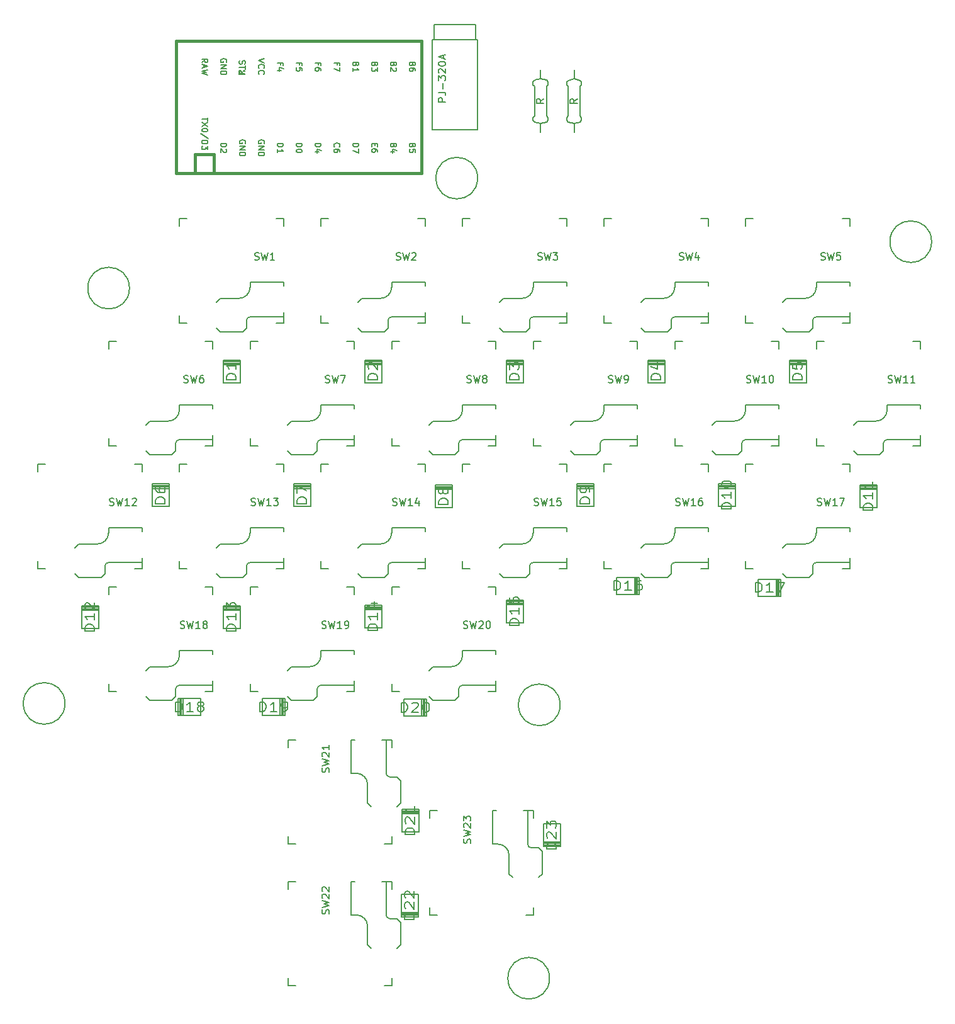
<source format=gbr>
%TF.GenerationSoftware,KiCad,Pcbnew,5.1.10-88a1d61d58~88~ubuntu20.04.1*%
%TF.CreationDate,2021-05-20T13:35:29+01:00*%
%TF.ProjectId,scrawler,73637261-776c-4657-922e-6b696361645f,rev?*%
%TF.SameCoordinates,Original*%
%TF.FileFunction,Legend,Top*%
%TF.FilePolarity,Positive*%
%FSLAX46Y46*%
G04 Gerber Fmt 4.6, Leading zero omitted, Abs format (unit mm)*
G04 Created by KiCad (PCBNEW 5.1.10-88a1d61d58~88~ubuntu20.04.1) date 2021-05-20 13:35:29*
%MOMM*%
%LPD*%
G01*
G04 APERTURE LIST*
%ADD10C,0.150000*%
%ADD11C,0.381000*%
%ADD12C,0.203200*%
%ADD13C,0.200000*%
G04 APERTURE END LIST*
D10*
%TO.C,H5*%
X152431400Y-43421300D02*
G75*
G03*
X152431400Y-43421300I-2800000J0D01*
G01*
%TO.C,R2*%
X160896300Y-36070800D02*
X160896300Y-37270800D01*
X160896300Y-28870800D02*
X160896300Y-30070800D01*
X161896300Y-30870800D02*
X161696300Y-31070800D01*
X161896300Y-30470800D02*
X161896300Y-30870800D01*
X161696300Y-30270800D02*
X161896300Y-30470800D01*
X160896300Y-30070800D02*
X161696300Y-30270800D01*
X160096300Y-30270800D02*
X160896300Y-30070800D01*
X159896300Y-30470800D02*
X160096300Y-30270800D01*
X159896300Y-30870800D02*
X159896300Y-30470800D01*
X160096300Y-31070800D02*
X159896300Y-30870800D01*
X160096300Y-35070800D02*
X160096300Y-31070800D01*
X159896300Y-35270800D02*
X160096300Y-35070800D01*
X159896300Y-35670800D02*
X159896300Y-35270800D01*
X160096300Y-35870800D02*
X159896300Y-35670800D01*
X160896300Y-36070800D02*
X160096300Y-35870800D01*
X161696300Y-35870800D02*
X160896300Y-36070800D01*
X161896300Y-35670800D02*
X161696300Y-35870800D01*
X161896300Y-35270800D02*
X161896300Y-35670800D01*
X161696300Y-35070800D02*
X161896300Y-35270800D01*
X161696300Y-31070800D02*
X161696300Y-35070800D01*
%TO.C,R1*%
X165417500Y-36083500D02*
X165417500Y-37283500D01*
X165417500Y-28883500D02*
X165417500Y-30083500D01*
X166417500Y-30883500D02*
X166217500Y-31083500D01*
X166417500Y-30483500D02*
X166417500Y-30883500D01*
X166217500Y-30283500D02*
X166417500Y-30483500D01*
X165417500Y-30083500D02*
X166217500Y-30283500D01*
X164617500Y-30283500D02*
X165417500Y-30083500D01*
X164417500Y-30483500D02*
X164617500Y-30283500D01*
X164417500Y-30883500D02*
X164417500Y-30483500D01*
X164617500Y-31083500D02*
X164417500Y-30883500D01*
X164617500Y-35083500D02*
X164617500Y-31083500D01*
X164417500Y-35283500D02*
X164617500Y-35083500D01*
X164417500Y-35683500D02*
X164417500Y-35283500D01*
X164617500Y-35883500D02*
X164417500Y-35683500D01*
X165417500Y-36083500D02*
X164617500Y-35883500D01*
X166217500Y-35883500D02*
X165417500Y-36083500D01*
X166417500Y-35683500D02*
X166217500Y-35883500D01*
X166417500Y-35283500D02*
X166417500Y-35683500D01*
X166217500Y-35083500D02*
X166417500Y-35283500D01*
X166217500Y-31083500D02*
X166217500Y-35083500D01*
D11*
%TO.C,U2*%
X114414300Y-42786300D02*
X144894300Y-42786300D01*
X144894300Y-42786300D02*
X144894300Y-25006300D01*
X144894300Y-25006300D02*
X114414300Y-25006300D01*
X114414300Y-40246300D02*
X116954300Y-40246300D01*
X116954300Y-40246300D02*
X116954300Y-42786300D01*
D10*
G36*
X120293660Y-28964732D02*
G01*
X120593660Y-28964732D01*
X120593660Y-29064732D01*
X120293660Y-29064732D01*
X120293660Y-28964732D01*
G37*
X120293660Y-28964732D02*
X120593660Y-28964732D01*
X120593660Y-29064732D01*
X120293660Y-29064732D01*
X120293660Y-28964732D01*
G36*
X120693660Y-29164732D02*
G01*
X120793660Y-29164732D01*
X120793660Y-29264732D01*
X120693660Y-29264732D01*
X120693660Y-29164732D01*
G37*
X120693660Y-29164732D02*
X120793660Y-29164732D01*
X120793660Y-29264732D01*
X120693660Y-29264732D01*
X120693660Y-29164732D01*
G36*
X120293660Y-28964732D02*
G01*
X120393660Y-28964732D01*
X120393660Y-29464732D01*
X120293660Y-29464732D01*
X120293660Y-28964732D01*
G37*
X120293660Y-28964732D02*
X120393660Y-28964732D01*
X120393660Y-29464732D01*
X120293660Y-29464732D01*
X120293660Y-28964732D01*
G36*
X120293660Y-29364732D02*
G01*
X121093660Y-29364732D01*
X121093660Y-29464732D01*
X120293660Y-29464732D01*
X120293660Y-29364732D01*
G37*
X120293660Y-29364732D02*
X121093660Y-29364732D01*
X121093660Y-29464732D01*
X120293660Y-29464732D01*
X120293660Y-29364732D01*
G36*
X120893660Y-28964732D02*
G01*
X121093660Y-28964732D01*
X121093660Y-29064732D01*
X120893660Y-29064732D01*
X120893660Y-28964732D01*
G37*
X120893660Y-28964732D02*
X121093660Y-28964732D01*
X121093660Y-29064732D01*
X120893660Y-29064732D01*
X120893660Y-28964732D01*
D11*
X114414300Y-25006300D02*
X111874300Y-25006300D01*
X111874300Y-25006300D02*
X111874300Y-42786300D01*
X111874300Y-42786300D02*
X114414300Y-42786300D01*
X114414300Y-40246300D02*
X114414300Y-42786300D01*
D10*
%TO.C,H6*%
X213531100Y-51968400D02*
G75*
G03*
X213531100Y-51968400I-2800000J0D01*
G01*
%TO.C,H4*%
X96894300Y-114046000D02*
G75*
G03*
X96894300Y-114046000I-2800000J0D01*
G01*
%TO.C,H3*%
X105581100Y-58204100D02*
G75*
G03*
X105581100Y-58204100I-2800000J0D01*
G01*
%TO.C,H2*%
X162108800Y-150990300D02*
G75*
G03*
X162108800Y-150990300I-2800000J0D01*
G01*
%TO.C,H1*%
X163531200Y-114236500D02*
G75*
G03*
X163531200Y-114236500I-2800000J0D01*
G01*
%TO.C,U1*%
X152188800Y-22815800D02*
X146588800Y-22815800D01*
X146588800Y-24815800D02*
X146588800Y-22815800D01*
X152188800Y-24815800D02*
X152188800Y-22815800D01*
X146338800Y-24815800D02*
X146338800Y-36915800D01*
X152438800Y-24815800D02*
X152438800Y-36915800D01*
X152438800Y-36915800D02*
X146338800Y-36915800D01*
X152438800Y-24815800D02*
X146338800Y-24815800D01*
%TO.C,SW23*%
X156671500Y-134458200D02*
G75*
G03*
X155171500Y-132958200I-1500000J0D01*
G01*
X159171500Y-132958200D02*
G75*
G03*
X159671500Y-133458200I500000J0D01*
G01*
X146971500Y-142458200D02*
X145971500Y-142458200D01*
X159971500Y-141458200D02*
X159971500Y-142458200D01*
X158971500Y-128458200D02*
X159971500Y-128458200D01*
X159971500Y-128458200D02*
X159971500Y-129458200D01*
X145971500Y-129458200D02*
X145971500Y-128458200D01*
X145971500Y-128458200D02*
X146971500Y-128458200D01*
X145971500Y-142458200D02*
X145971500Y-141458200D01*
X159971500Y-142458200D02*
X158971500Y-142458200D01*
X154471500Y-128458200D02*
X154971500Y-128458200D01*
X161171500Y-136958200D02*
X161171500Y-133958200D01*
X160671500Y-137458200D02*
X161171500Y-136958200D01*
X156671500Y-136958200D02*
X156671500Y-134458200D01*
X158571500Y-128458200D02*
X159171500Y-128458200D01*
X157171500Y-137458200D02*
X156671500Y-136958200D01*
X159171500Y-128458200D02*
X159171500Y-132958200D01*
X159671500Y-133458200D02*
X160671500Y-133458200D01*
X161171500Y-133958200D02*
X160671500Y-133458200D01*
X154471500Y-132958200D02*
X154471500Y-128458200D01*
X155171500Y-132958200D02*
X154471500Y-132958200D01*
%TO.C,SW22*%
X137621500Y-143983200D02*
G75*
G03*
X136121500Y-142483200I-1500000J0D01*
G01*
X140121500Y-142483200D02*
G75*
G03*
X140621500Y-142983200I500000J0D01*
G01*
X127921500Y-151983200D02*
X126921500Y-151983200D01*
X140921500Y-150983200D02*
X140921500Y-151983200D01*
X139921500Y-137983200D02*
X140921500Y-137983200D01*
X140921500Y-137983200D02*
X140921500Y-138983200D01*
X126921500Y-138983200D02*
X126921500Y-137983200D01*
X126921500Y-137983200D02*
X127921500Y-137983200D01*
X126921500Y-151983200D02*
X126921500Y-150983200D01*
X140921500Y-151983200D02*
X139921500Y-151983200D01*
X135421500Y-137983200D02*
X135921500Y-137983200D01*
X142121500Y-146483200D02*
X142121500Y-143483200D01*
X141621500Y-146983200D02*
X142121500Y-146483200D01*
X137621500Y-146483200D02*
X137621500Y-143983200D01*
X139521500Y-137983200D02*
X140121500Y-137983200D01*
X138121500Y-146983200D02*
X137621500Y-146483200D01*
X140121500Y-137983200D02*
X140121500Y-142483200D01*
X140621500Y-142983200D02*
X141621500Y-142983200D01*
X142121500Y-143483200D02*
X141621500Y-142983200D01*
X135421500Y-142483200D02*
X135421500Y-137983200D01*
X136121500Y-142483200D02*
X135421500Y-142483200D01*
%TO.C,SW21*%
X137621500Y-124933200D02*
G75*
G03*
X136121500Y-123433200I-1500000J0D01*
G01*
X140121500Y-123433200D02*
G75*
G03*
X140621500Y-123933200I500000J0D01*
G01*
X127921500Y-132933200D02*
X126921500Y-132933200D01*
X140921500Y-131933200D02*
X140921500Y-132933200D01*
X139921500Y-118933200D02*
X140921500Y-118933200D01*
X140921500Y-118933200D02*
X140921500Y-119933200D01*
X126921500Y-119933200D02*
X126921500Y-118933200D01*
X126921500Y-118933200D02*
X127921500Y-118933200D01*
X126921500Y-132933200D02*
X126921500Y-131933200D01*
X140921500Y-132933200D02*
X139921500Y-132933200D01*
X135421500Y-118933200D02*
X135921500Y-118933200D01*
X142121500Y-127433200D02*
X142121500Y-124433200D01*
X141621500Y-127933200D02*
X142121500Y-127433200D01*
X137621500Y-127433200D02*
X137621500Y-124933200D01*
X139521500Y-118933200D02*
X140121500Y-118933200D01*
X138121500Y-127933200D02*
X137621500Y-127433200D01*
X140121500Y-118933200D02*
X140121500Y-123433200D01*
X140621500Y-123933200D02*
X141621500Y-123933200D01*
X142121500Y-124433200D02*
X141621500Y-123933200D01*
X135421500Y-123433200D02*
X135421500Y-118933200D01*
X136121500Y-123433200D02*
X135421500Y-123433200D01*
%TO.C,SW20*%
X148891500Y-109110000D02*
G75*
G03*
X150391500Y-107610000I0J1500000D01*
G01*
X150391500Y-111610000D02*
G75*
G03*
X149891500Y-112110000I0J-500000D01*
G01*
X140891500Y-99410000D02*
X140891500Y-98410000D01*
X141891500Y-112410000D02*
X140891500Y-112410000D01*
X154891500Y-111410000D02*
X154891500Y-112410000D01*
X154891500Y-112410000D02*
X153891500Y-112410000D01*
X153891500Y-98410000D02*
X154891500Y-98410000D01*
X154891500Y-98410000D02*
X154891500Y-99410000D01*
X140891500Y-98410000D02*
X141891500Y-98410000D01*
X140891500Y-112410000D02*
X140891500Y-111410000D01*
X154891500Y-106910000D02*
X154891500Y-107410000D01*
X146391500Y-113610000D02*
X149391500Y-113610000D01*
X145891500Y-113110000D02*
X146391500Y-113610000D01*
X146391500Y-109110000D02*
X148891500Y-109110000D01*
X154891500Y-111010000D02*
X154891500Y-111610000D01*
X145891500Y-109610000D02*
X146391500Y-109110000D01*
X154891500Y-111610000D02*
X150391500Y-111610000D01*
X149891500Y-112110000D02*
X149891500Y-113110000D01*
X149391500Y-113610000D02*
X149891500Y-113110000D01*
X150391500Y-106910000D02*
X154891500Y-106910000D01*
X150391500Y-107610000D02*
X150391500Y-106910000D01*
%TO.C,SW19*%
X129841500Y-109110000D02*
G75*
G03*
X131341500Y-107610000I0J1500000D01*
G01*
X131341500Y-111610000D02*
G75*
G03*
X130841500Y-112110000I0J-500000D01*
G01*
X121841500Y-99410000D02*
X121841500Y-98410000D01*
X122841500Y-112410000D02*
X121841500Y-112410000D01*
X135841500Y-111410000D02*
X135841500Y-112410000D01*
X135841500Y-112410000D02*
X134841500Y-112410000D01*
X134841500Y-98410000D02*
X135841500Y-98410000D01*
X135841500Y-98410000D02*
X135841500Y-99410000D01*
X121841500Y-98410000D02*
X122841500Y-98410000D01*
X121841500Y-112410000D02*
X121841500Y-111410000D01*
X135841500Y-106910000D02*
X135841500Y-107410000D01*
X127341500Y-113610000D02*
X130341500Y-113610000D01*
X126841500Y-113110000D02*
X127341500Y-113610000D01*
X127341500Y-109110000D02*
X129841500Y-109110000D01*
X135841500Y-111010000D02*
X135841500Y-111610000D01*
X126841500Y-109610000D02*
X127341500Y-109110000D01*
X135841500Y-111610000D02*
X131341500Y-111610000D01*
X130841500Y-112110000D02*
X130841500Y-113110000D01*
X130341500Y-113610000D02*
X130841500Y-113110000D01*
X131341500Y-106910000D02*
X135841500Y-106910000D01*
X131341500Y-107610000D02*
X131341500Y-106910000D01*
%TO.C,SW18*%
X110791500Y-109110000D02*
G75*
G03*
X112291500Y-107610000I0J1500000D01*
G01*
X112291500Y-111610000D02*
G75*
G03*
X111791500Y-112110000I0J-500000D01*
G01*
X102791500Y-99410000D02*
X102791500Y-98410000D01*
X103791500Y-112410000D02*
X102791500Y-112410000D01*
X116791500Y-111410000D02*
X116791500Y-112410000D01*
X116791500Y-112410000D02*
X115791500Y-112410000D01*
X115791500Y-98410000D02*
X116791500Y-98410000D01*
X116791500Y-98410000D02*
X116791500Y-99410000D01*
X102791500Y-98410000D02*
X103791500Y-98410000D01*
X102791500Y-112410000D02*
X102791500Y-111410000D01*
X116791500Y-106910000D02*
X116791500Y-107410000D01*
X108291500Y-113610000D02*
X111291500Y-113610000D01*
X107791500Y-113110000D02*
X108291500Y-113610000D01*
X108291500Y-109110000D02*
X110791500Y-109110000D01*
X116791500Y-111010000D02*
X116791500Y-111610000D01*
X107791500Y-109610000D02*
X108291500Y-109110000D01*
X116791500Y-111610000D02*
X112291500Y-111610000D01*
X111791500Y-112110000D02*
X111791500Y-113110000D01*
X111291500Y-113610000D02*
X111791500Y-113110000D01*
X112291500Y-106910000D02*
X116791500Y-106910000D01*
X112291500Y-107610000D02*
X112291500Y-106910000D01*
%TO.C,SW17*%
X196516500Y-92600000D02*
G75*
G03*
X198016500Y-91100000I0J1500000D01*
G01*
X198016500Y-95100000D02*
G75*
G03*
X197516500Y-95600000I0J-500000D01*
G01*
X188516500Y-82900000D02*
X188516500Y-81900000D01*
X189516500Y-95900000D02*
X188516500Y-95900000D01*
X202516500Y-94900000D02*
X202516500Y-95900000D01*
X202516500Y-95900000D02*
X201516500Y-95900000D01*
X201516500Y-81900000D02*
X202516500Y-81900000D01*
X202516500Y-81900000D02*
X202516500Y-82900000D01*
X188516500Y-81900000D02*
X189516500Y-81900000D01*
X188516500Y-95900000D02*
X188516500Y-94900000D01*
X202516500Y-90400000D02*
X202516500Y-90900000D01*
X194016500Y-97100000D02*
X197016500Y-97100000D01*
X193516500Y-96600000D02*
X194016500Y-97100000D01*
X194016500Y-92600000D02*
X196516500Y-92600000D01*
X202516500Y-94500000D02*
X202516500Y-95100000D01*
X193516500Y-93100000D02*
X194016500Y-92600000D01*
X202516500Y-95100000D02*
X198016500Y-95100000D01*
X197516500Y-95600000D02*
X197516500Y-96600000D01*
X197016500Y-97100000D02*
X197516500Y-96600000D01*
X198016500Y-90400000D02*
X202516500Y-90400000D01*
X198016500Y-91100000D02*
X198016500Y-90400000D01*
%TO.C,SW16*%
X177466500Y-92600000D02*
G75*
G03*
X178966500Y-91100000I0J1500000D01*
G01*
X178966500Y-95100000D02*
G75*
G03*
X178466500Y-95600000I0J-500000D01*
G01*
X169466500Y-82900000D02*
X169466500Y-81900000D01*
X170466500Y-95900000D02*
X169466500Y-95900000D01*
X183466500Y-94900000D02*
X183466500Y-95900000D01*
X183466500Y-95900000D02*
X182466500Y-95900000D01*
X182466500Y-81900000D02*
X183466500Y-81900000D01*
X183466500Y-81900000D02*
X183466500Y-82900000D01*
X169466500Y-81900000D02*
X170466500Y-81900000D01*
X169466500Y-95900000D02*
X169466500Y-94900000D01*
X183466500Y-90400000D02*
X183466500Y-90900000D01*
X174966500Y-97100000D02*
X177966500Y-97100000D01*
X174466500Y-96600000D02*
X174966500Y-97100000D01*
X174966500Y-92600000D02*
X177466500Y-92600000D01*
X183466500Y-94500000D02*
X183466500Y-95100000D01*
X174466500Y-93100000D02*
X174966500Y-92600000D01*
X183466500Y-95100000D02*
X178966500Y-95100000D01*
X178466500Y-95600000D02*
X178466500Y-96600000D01*
X177966500Y-97100000D02*
X178466500Y-96600000D01*
X178966500Y-90400000D02*
X183466500Y-90400000D01*
X178966500Y-91100000D02*
X178966500Y-90400000D01*
%TO.C,SW15*%
X158416500Y-92600000D02*
G75*
G03*
X159916500Y-91100000I0J1500000D01*
G01*
X159916500Y-95100000D02*
G75*
G03*
X159416500Y-95600000I0J-500000D01*
G01*
X150416500Y-82900000D02*
X150416500Y-81900000D01*
X151416500Y-95900000D02*
X150416500Y-95900000D01*
X164416500Y-94900000D02*
X164416500Y-95900000D01*
X164416500Y-95900000D02*
X163416500Y-95900000D01*
X163416500Y-81900000D02*
X164416500Y-81900000D01*
X164416500Y-81900000D02*
X164416500Y-82900000D01*
X150416500Y-81900000D02*
X151416500Y-81900000D01*
X150416500Y-95900000D02*
X150416500Y-94900000D01*
X164416500Y-90400000D02*
X164416500Y-90900000D01*
X155916500Y-97100000D02*
X158916500Y-97100000D01*
X155416500Y-96600000D02*
X155916500Y-97100000D01*
X155916500Y-92600000D02*
X158416500Y-92600000D01*
X164416500Y-94500000D02*
X164416500Y-95100000D01*
X155416500Y-93100000D02*
X155916500Y-92600000D01*
X164416500Y-95100000D02*
X159916500Y-95100000D01*
X159416500Y-95600000D02*
X159416500Y-96600000D01*
X158916500Y-97100000D02*
X159416500Y-96600000D01*
X159916500Y-90400000D02*
X164416500Y-90400000D01*
X159916500Y-91100000D02*
X159916500Y-90400000D01*
%TO.C,SW14*%
X139366500Y-92600000D02*
G75*
G03*
X140866500Y-91100000I0J1500000D01*
G01*
X140866500Y-95100000D02*
G75*
G03*
X140366500Y-95600000I0J-500000D01*
G01*
X131366500Y-82900000D02*
X131366500Y-81900000D01*
X132366500Y-95900000D02*
X131366500Y-95900000D01*
X145366500Y-94900000D02*
X145366500Y-95900000D01*
X145366500Y-95900000D02*
X144366500Y-95900000D01*
X144366500Y-81900000D02*
X145366500Y-81900000D01*
X145366500Y-81900000D02*
X145366500Y-82900000D01*
X131366500Y-81900000D02*
X132366500Y-81900000D01*
X131366500Y-95900000D02*
X131366500Y-94900000D01*
X145366500Y-90400000D02*
X145366500Y-90900000D01*
X136866500Y-97100000D02*
X139866500Y-97100000D01*
X136366500Y-96600000D02*
X136866500Y-97100000D01*
X136866500Y-92600000D02*
X139366500Y-92600000D01*
X145366500Y-94500000D02*
X145366500Y-95100000D01*
X136366500Y-93100000D02*
X136866500Y-92600000D01*
X145366500Y-95100000D02*
X140866500Y-95100000D01*
X140366500Y-95600000D02*
X140366500Y-96600000D01*
X139866500Y-97100000D02*
X140366500Y-96600000D01*
X140866500Y-90400000D02*
X145366500Y-90400000D01*
X140866500Y-91100000D02*
X140866500Y-90400000D01*
%TO.C,SW13*%
X120316500Y-92600000D02*
G75*
G03*
X121816500Y-91100000I0J1500000D01*
G01*
X121816500Y-95100000D02*
G75*
G03*
X121316500Y-95600000I0J-500000D01*
G01*
X112316500Y-82900000D02*
X112316500Y-81900000D01*
X113316500Y-95900000D02*
X112316500Y-95900000D01*
X126316500Y-94900000D02*
X126316500Y-95900000D01*
X126316500Y-95900000D02*
X125316500Y-95900000D01*
X125316500Y-81900000D02*
X126316500Y-81900000D01*
X126316500Y-81900000D02*
X126316500Y-82900000D01*
X112316500Y-81900000D02*
X113316500Y-81900000D01*
X112316500Y-95900000D02*
X112316500Y-94900000D01*
X126316500Y-90400000D02*
X126316500Y-90900000D01*
X117816500Y-97100000D02*
X120816500Y-97100000D01*
X117316500Y-96600000D02*
X117816500Y-97100000D01*
X117816500Y-92600000D02*
X120316500Y-92600000D01*
X126316500Y-94500000D02*
X126316500Y-95100000D01*
X117316500Y-93100000D02*
X117816500Y-92600000D01*
X126316500Y-95100000D02*
X121816500Y-95100000D01*
X121316500Y-95600000D02*
X121316500Y-96600000D01*
X120816500Y-97100000D02*
X121316500Y-96600000D01*
X121816500Y-90400000D02*
X126316500Y-90400000D01*
X121816500Y-91100000D02*
X121816500Y-90400000D01*
%TO.C,SW12*%
X101266500Y-92600000D02*
G75*
G03*
X102766500Y-91100000I0J1500000D01*
G01*
X102766500Y-95100000D02*
G75*
G03*
X102266500Y-95600000I0J-500000D01*
G01*
X93266500Y-82900000D02*
X93266500Y-81900000D01*
X94266500Y-95900000D02*
X93266500Y-95900000D01*
X107266500Y-94900000D02*
X107266500Y-95900000D01*
X107266500Y-95900000D02*
X106266500Y-95900000D01*
X106266500Y-81900000D02*
X107266500Y-81900000D01*
X107266500Y-81900000D02*
X107266500Y-82900000D01*
X93266500Y-81900000D02*
X94266500Y-81900000D01*
X93266500Y-95900000D02*
X93266500Y-94900000D01*
X107266500Y-90400000D02*
X107266500Y-90900000D01*
X98766500Y-97100000D02*
X101766500Y-97100000D01*
X98266500Y-96600000D02*
X98766500Y-97100000D01*
X98766500Y-92600000D02*
X101266500Y-92600000D01*
X107266500Y-94500000D02*
X107266500Y-95100000D01*
X98266500Y-93100000D02*
X98766500Y-92600000D01*
X107266500Y-95100000D02*
X102766500Y-95100000D01*
X102266500Y-95600000D02*
X102266500Y-96600000D01*
X101766500Y-97100000D02*
X102266500Y-96600000D01*
X102766500Y-90400000D02*
X107266500Y-90400000D01*
X102766500Y-91100000D02*
X102766500Y-90400000D01*
%TO.C,SW11*%
X206041500Y-76090000D02*
G75*
G03*
X207541500Y-74590000I0J1500000D01*
G01*
X207541500Y-78590000D02*
G75*
G03*
X207041500Y-79090000I0J-500000D01*
G01*
X198041500Y-66390000D02*
X198041500Y-65390000D01*
X199041500Y-79390000D02*
X198041500Y-79390000D01*
X212041500Y-78390000D02*
X212041500Y-79390000D01*
X212041500Y-79390000D02*
X211041500Y-79390000D01*
X211041500Y-65390000D02*
X212041500Y-65390000D01*
X212041500Y-65390000D02*
X212041500Y-66390000D01*
X198041500Y-65390000D02*
X199041500Y-65390000D01*
X198041500Y-79390000D02*
X198041500Y-78390000D01*
X212041500Y-73890000D02*
X212041500Y-74390000D01*
X203541500Y-80590000D02*
X206541500Y-80590000D01*
X203041500Y-80090000D02*
X203541500Y-80590000D01*
X203541500Y-76090000D02*
X206041500Y-76090000D01*
X212041500Y-77990000D02*
X212041500Y-78590000D01*
X203041500Y-76590000D02*
X203541500Y-76090000D01*
X212041500Y-78590000D02*
X207541500Y-78590000D01*
X207041500Y-79090000D02*
X207041500Y-80090000D01*
X206541500Y-80590000D02*
X207041500Y-80090000D01*
X207541500Y-73890000D02*
X212041500Y-73890000D01*
X207541500Y-74590000D02*
X207541500Y-73890000D01*
%TO.C,SW10*%
X186991500Y-76090000D02*
G75*
G03*
X188491500Y-74590000I0J1500000D01*
G01*
X188491500Y-78590000D02*
G75*
G03*
X187991500Y-79090000I0J-500000D01*
G01*
X178991500Y-66390000D02*
X178991500Y-65390000D01*
X179991500Y-79390000D02*
X178991500Y-79390000D01*
X192991500Y-78390000D02*
X192991500Y-79390000D01*
X192991500Y-79390000D02*
X191991500Y-79390000D01*
X191991500Y-65390000D02*
X192991500Y-65390000D01*
X192991500Y-65390000D02*
X192991500Y-66390000D01*
X178991500Y-65390000D02*
X179991500Y-65390000D01*
X178991500Y-79390000D02*
X178991500Y-78390000D01*
X192991500Y-73890000D02*
X192991500Y-74390000D01*
X184491500Y-80590000D02*
X187491500Y-80590000D01*
X183991500Y-80090000D02*
X184491500Y-80590000D01*
X184491500Y-76090000D02*
X186991500Y-76090000D01*
X192991500Y-77990000D02*
X192991500Y-78590000D01*
X183991500Y-76590000D02*
X184491500Y-76090000D01*
X192991500Y-78590000D02*
X188491500Y-78590000D01*
X187991500Y-79090000D02*
X187991500Y-80090000D01*
X187491500Y-80590000D02*
X187991500Y-80090000D01*
X188491500Y-73890000D02*
X192991500Y-73890000D01*
X188491500Y-74590000D02*
X188491500Y-73890000D01*
%TO.C,SW9*%
X167941500Y-76090000D02*
G75*
G03*
X169441500Y-74590000I0J1500000D01*
G01*
X169441500Y-78590000D02*
G75*
G03*
X168941500Y-79090000I0J-500000D01*
G01*
X159941500Y-66390000D02*
X159941500Y-65390000D01*
X160941500Y-79390000D02*
X159941500Y-79390000D01*
X173941500Y-78390000D02*
X173941500Y-79390000D01*
X173941500Y-79390000D02*
X172941500Y-79390000D01*
X172941500Y-65390000D02*
X173941500Y-65390000D01*
X173941500Y-65390000D02*
X173941500Y-66390000D01*
X159941500Y-65390000D02*
X160941500Y-65390000D01*
X159941500Y-79390000D02*
X159941500Y-78390000D01*
X173941500Y-73890000D02*
X173941500Y-74390000D01*
X165441500Y-80590000D02*
X168441500Y-80590000D01*
X164941500Y-80090000D02*
X165441500Y-80590000D01*
X165441500Y-76090000D02*
X167941500Y-76090000D01*
X173941500Y-77990000D02*
X173941500Y-78590000D01*
X164941500Y-76590000D02*
X165441500Y-76090000D01*
X173941500Y-78590000D02*
X169441500Y-78590000D01*
X168941500Y-79090000D02*
X168941500Y-80090000D01*
X168441500Y-80590000D02*
X168941500Y-80090000D01*
X169441500Y-73890000D02*
X173941500Y-73890000D01*
X169441500Y-74590000D02*
X169441500Y-73890000D01*
%TO.C,SW8*%
X148891500Y-76090000D02*
G75*
G03*
X150391500Y-74590000I0J1500000D01*
G01*
X150391500Y-78590000D02*
G75*
G03*
X149891500Y-79090000I0J-500000D01*
G01*
X140891500Y-66390000D02*
X140891500Y-65390000D01*
X141891500Y-79390000D02*
X140891500Y-79390000D01*
X154891500Y-78390000D02*
X154891500Y-79390000D01*
X154891500Y-79390000D02*
X153891500Y-79390000D01*
X153891500Y-65390000D02*
X154891500Y-65390000D01*
X154891500Y-65390000D02*
X154891500Y-66390000D01*
X140891500Y-65390000D02*
X141891500Y-65390000D01*
X140891500Y-79390000D02*
X140891500Y-78390000D01*
X154891500Y-73890000D02*
X154891500Y-74390000D01*
X146391500Y-80590000D02*
X149391500Y-80590000D01*
X145891500Y-80090000D02*
X146391500Y-80590000D01*
X146391500Y-76090000D02*
X148891500Y-76090000D01*
X154891500Y-77990000D02*
X154891500Y-78590000D01*
X145891500Y-76590000D02*
X146391500Y-76090000D01*
X154891500Y-78590000D02*
X150391500Y-78590000D01*
X149891500Y-79090000D02*
X149891500Y-80090000D01*
X149391500Y-80590000D02*
X149891500Y-80090000D01*
X150391500Y-73890000D02*
X154891500Y-73890000D01*
X150391500Y-74590000D02*
X150391500Y-73890000D01*
%TO.C,SW7*%
X129841500Y-76090000D02*
G75*
G03*
X131341500Y-74590000I0J1500000D01*
G01*
X131341500Y-78590000D02*
G75*
G03*
X130841500Y-79090000I0J-500000D01*
G01*
X121841500Y-66390000D02*
X121841500Y-65390000D01*
X122841500Y-79390000D02*
X121841500Y-79390000D01*
X135841500Y-78390000D02*
X135841500Y-79390000D01*
X135841500Y-79390000D02*
X134841500Y-79390000D01*
X134841500Y-65390000D02*
X135841500Y-65390000D01*
X135841500Y-65390000D02*
X135841500Y-66390000D01*
X121841500Y-65390000D02*
X122841500Y-65390000D01*
X121841500Y-79390000D02*
X121841500Y-78390000D01*
X135841500Y-73890000D02*
X135841500Y-74390000D01*
X127341500Y-80590000D02*
X130341500Y-80590000D01*
X126841500Y-80090000D02*
X127341500Y-80590000D01*
X127341500Y-76090000D02*
X129841500Y-76090000D01*
X135841500Y-77990000D02*
X135841500Y-78590000D01*
X126841500Y-76590000D02*
X127341500Y-76090000D01*
X135841500Y-78590000D02*
X131341500Y-78590000D01*
X130841500Y-79090000D02*
X130841500Y-80090000D01*
X130341500Y-80590000D02*
X130841500Y-80090000D01*
X131341500Y-73890000D02*
X135841500Y-73890000D01*
X131341500Y-74590000D02*
X131341500Y-73890000D01*
%TO.C,SW6*%
X110791500Y-76090000D02*
G75*
G03*
X112291500Y-74590000I0J1500000D01*
G01*
X112291500Y-78590000D02*
G75*
G03*
X111791500Y-79090000I0J-500000D01*
G01*
X102791500Y-66390000D02*
X102791500Y-65390000D01*
X103791500Y-79390000D02*
X102791500Y-79390000D01*
X116791500Y-78390000D02*
X116791500Y-79390000D01*
X116791500Y-79390000D02*
X115791500Y-79390000D01*
X115791500Y-65390000D02*
X116791500Y-65390000D01*
X116791500Y-65390000D02*
X116791500Y-66390000D01*
X102791500Y-65390000D02*
X103791500Y-65390000D01*
X102791500Y-79390000D02*
X102791500Y-78390000D01*
X116791500Y-73890000D02*
X116791500Y-74390000D01*
X108291500Y-80590000D02*
X111291500Y-80590000D01*
X107791500Y-80090000D02*
X108291500Y-80590000D01*
X108291500Y-76090000D02*
X110791500Y-76090000D01*
X116791500Y-77990000D02*
X116791500Y-78590000D01*
X107791500Y-76590000D02*
X108291500Y-76090000D01*
X116791500Y-78590000D02*
X112291500Y-78590000D01*
X111791500Y-79090000D02*
X111791500Y-80090000D01*
X111291500Y-80590000D02*
X111791500Y-80090000D01*
X112291500Y-73890000D02*
X116791500Y-73890000D01*
X112291500Y-74590000D02*
X112291500Y-73890000D01*
%TO.C,SW5*%
X196516500Y-59580000D02*
G75*
G03*
X198016500Y-58080000I0J1500000D01*
G01*
X198016500Y-62080000D02*
G75*
G03*
X197516500Y-62580000I0J-500000D01*
G01*
X188516500Y-49880000D02*
X188516500Y-48880000D01*
X189516500Y-62880000D02*
X188516500Y-62880000D01*
X202516500Y-61880000D02*
X202516500Y-62880000D01*
X202516500Y-62880000D02*
X201516500Y-62880000D01*
X201516500Y-48880000D02*
X202516500Y-48880000D01*
X202516500Y-48880000D02*
X202516500Y-49880000D01*
X188516500Y-48880000D02*
X189516500Y-48880000D01*
X188516500Y-62880000D02*
X188516500Y-61880000D01*
X202516500Y-57380000D02*
X202516500Y-57880000D01*
X194016500Y-64080000D02*
X197016500Y-64080000D01*
X193516500Y-63580000D02*
X194016500Y-64080000D01*
X194016500Y-59580000D02*
X196516500Y-59580000D01*
X202516500Y-61480000D02*
X202516500Y-62080000D01*
X193516500Y-60080000D02*
X194016500Y-59580000D01*
X202516500Y-62080000D02*
X198016500Y-62080000D01*
X197516500Y-62580000D02*
X197516500Y-63580000D01*
X197016500Y-64080000D02*
X197516500Y-63580000D01*
X198016500Y-57380000D02*
X202516500Y-57380000D01*
X198016500Y-58080000D02*
X198016500Y-57380000D01*
%TO.C,SW4*%
X177466500Y-59580000D02*
G75*
G03*
X178966500Y-58080000I0J1500000D01*
G01*
X178966500Y-62080000D02*
G75*
G03*
X178466500Y-62580000I0J-500000D01*
G01*
X169466500Y-49880000D02*
X169466500Y-48880000D01*
X170466500Y-62880000D02*
X169466500Y-62880000D01*
X183466500Y-61880000D02*
X183466500Y-62880000D01*
X183466500Y-62880000D02*
X182466500Y-62880000D01*
X182466500Y-48880000D02*
X183466500Y-48880000D01*
X183466500Y-48880000D02*
X183466500Y-49880000D01*
X169466500Y-48880000D02*
X170466500Y-48880000D01*
X169466500Y-62880000D02*
X169466500Y-61880000D01*
X183466500Y-57380000D02*
X183466500Y-57880000D01*
X174966500Y-64080000D02*
X177966500Y-64080000D01*
X174466500Y-63580000D02*
X174966500Y-64080000D01*
X174966500Y-59580000D02*
X177466500Y-59580000D01*
X183466500Y-61480000D02*
X183466500Y-62080000D01*
X174466500Y-60080000D02*
X174966500Y-59580000D01*
X183466500Y-62080000D02*
X178966500Y-62080000D01*
X178466500Y-62580000D02*
X178466500Y-63580000D01*
X177966500Y-64080000D02*
X178466500Y-63580000D01*
X178966500Y-57380000D02*
X183466500Y-57380000D01*
X178966500Y-58080000D02*
X178966500Y-57380000D01*
%TO.C,SW3*%
X158416500Y-59580000D02*
G75*
G03*
X159916500Y-58080000I0J1500000D01*
G01*
X159916500Y-62080000D02*
G75*
G03*
X159416500Y-62580000I0J-500000D01*
G01*
X150416500Y-49880000D02*
X150416500Y-48880000D01*
X151416500Y-62880000D02*
X150416500Y-62880000D01*
X164416500Y-61880000D02*
X164416500Y-62880000D01*
X164416500Y-62880000D02*
X163416500Y-62880000D01*
X163416500Y-48880000D02*
X164416500Y-48880000D01*
X164416500Y-48880000D02*
X164416500Y-49880000D01*
X150416500Y-48880000D02*
X151416500Y-48880000D01*
X150416500Y-62880000D02*
X150416500Y-61880000D01*
X164416500Y-57380000D02*
X164416500Y-57880000D01*
X155916500Y-64080000D02*
X158916500Y-64080000D01*
X155416500Y-63580000D02*
X155916500Y-64080000D01*
X155916500Y-59580000D02*
X158416500Y-59580000D01*
X164416500Y-61480000D02*
X164416500Y-62080000D01*
X155416500Y-60080000D02*
X155916500Y-59580000D01*
X164416500Y-62080000D02*
X159916500Y-62080000D01*
X159416500Y-62580000D02*
X159416500Y-63580000D01*
X158916500Y-64080000D02*
X159416500Y-63580000D01*
X159916500Y-57380000D02*
X164416500Y-57380000D01*
X159916500Y-58080000D02*
X159916500Y-57380000D01*
%TO.C,SW2*%
X139366500Y-59580000D02*
G75*
G03*
X140866500Y-58080000I0J1500000D01*
G01*
X140866500Y-62080000D02*
G75*
G03*
X140366500Y-62580000I0J-500000D01*
G01*
X131366500Y-49880000D02*
X131366500Y-48880000D01*
X132366500Y-62880000D02*
X131366500Y-62880000D01*
X145366500Y-61880000D02*
X145366500Y-62880000D01*
X145366500Y-62880000D02*
X144366500Y-62880000D01*
X144366500Y-48880000D02*
X145366500Y-48880000D01*
X145366500Y-48880000D02*
X145366500Y-49880000D01*
X131366500Y-48880000D02*
X132366500Y-48880000D01*
X131366500Y-62880000D02*
X131366500Y-61880000D01*
X145366500Y-57380000D02*
X145366500Y-57880000D01*
X136866500Y-64080000D02*
X139866500Y-64080000D01*
X136366500Y-63580000D02*
X136866500Y-64080000D01*
X136866500Y-59580000D02*
X139366500Y-59580000D01*
X145366500Y-61480000D02*
X145366500Y-62080000D01*
X136366500Y-60080000D02*
X136866500Y-59580000D01*
X145366500Y-62080000D02*
X140866500Y-62080000D01*
X140366500Y-62580000D02*
X140366500Y-63580000D01*
X139866500Y-64080000D02*
X140366500Y-63580000D01*
X140866500Y-57380000D02*
X145366500Y-57380000D01*
X140866500Y-58080000D02*
X140866500Y-57380000D01*
%TO.C,SW1*%
X120316500Y-59580000D02*
G75*
G03*
X121816500Y-58080000I0J1500000D01*
G01*
X121816500Y-62080000D02*
G75*
G03*
X121316500Y-62580000I0J-500000D01*
G01*
X112316500Y-49880000D02*
X112316500Y-48880000D01*
X113316500Y-62880000D02*
X112316500Y-62880000D01*
X126316500Y-61880000D02*
X126316500Y-62880000D01*
X126316500Y-62880000D02*
X125316500Y-62880000D01*
X125316500Y-48880000D02*
X126316500Y-48880000D01*
X126316500Y-48880000D02*
X126316500Y-49880000D01*
X112316500Y-48880000D02*
X113316500Y-48880000D01*
X112316500Y-62880000D02*
X112316500Y-61880000D01*
X126316500Y-57380000D02*
X126316500Y-57880000D01*
X117816500Y-64080000D02*
X120816500Y-64080000D01*
X117316500Y-63580000D02*
X117816500Y-64080000D01*
X117816500Y-59580000D02*
X120316500Y-59580000D01*
X126316500Y-61480000D02*
X126316500Y-62080000D01*
X117316500Y-60080000D02*
X117816500Y-59580000D01*
X126316500Y-62080000D02*
X121816500Y-62080000D01*
X121316500Y-62580000D02*
X121316500Y-63580000D01*
X120816500Y-64080000D02*
X121316500Y-63580000D01*
X121816500Y-57380000D02*
X126316500Y-57380000D01*
X121816500Y-58080000D02*
X121816500Y-57380000D01*
%TO.C,D23*%
X161333000Y-132662500D02*
X163533000Y-132662500D01*
X163533000Y-132862500D02*
X161333000Y-132862500D01*
X163433000Y-133062500D02*
X163533000Y-133062500D01*
X163533000Y-133062500D02*
X163433000Y-133062500D01*
X161333000Y-133062500D02*
X163433000Y-133062500D01*
D12*
X163576000Y-130238500D02*
X163576000Y-133286500D01*
X163576000Y-133286500D02*
X161290000Y-133286500D01*
X161290000Y-133286500D02*
X161290000Y-130238500D01*
X161290000Y-130238500D02*
X163576000Y-130238500D01*
D10*
%TO.C,D22*%
X142219500Y-142124000D02*
X144419500Y-142124000D01*
X144419500Y-142324000D02*
X142219500Y-142324000D01*
X144319500Y-142524000D02*
X144419500Y-142524000D01*
X144419500Y-142524000D02*
X144319500Y-142524000D01*
X142219500Y-142524000D02*
X144319500Y-142524000D01*
D12*
X144462500Y-139700000D02*
X144462500Y-142748000D01*
X144462500Y-142748000D02*
X142176500Y-142748000D01*
X142176500Y-142748000D02*
X142176500Y-139700000D01*
X142176500Y-139700000D02*
X144462500Y-139700000D01*
D10*
%TO.C,D21*%
X144483000Y-128894000D02*
X142283000Y-128894000D01*
X142283000Y-128694000D02*
X144483000Y-128694000D01*
X142383000Y-128494000D02*
X142283000Y-128494000D01*
X142283000Y-128494000D02*
X142383000Y-128494000D01*
X144483000Y-128494000D02*
X142383000Y-128494000D01*
D12*
X142240000Y-131318000D02*
X142240000Y-128270000D01*
X142240000Y-128270000D02*
X144526000Y-128270000D01*
X144526000Y-128270000D02*
X144526000Y-131318000D01*
X144526000Y-131318000D02*
X142240000Y-131318000D01*
D10*
%TO.C,D20*%
X144918000Y-115717500D02*
X144918000Y-113517500D01*
X145118000Y-113517500D02*
X145118000Y-115717500D01*
X145318000Y-113617500D02*
X145318000Y-113517500D01*
X145318000Y-113517500D02*
X145318000Y-113617500D01*
X145318000Y-115717500D02*
X145318000Y-113617500D01*
D12*
X142494000Y-113474500D02*
X145542000Y-113474500D01*
X145542000Y-113474500D02*
X145542000Y-115760500D01*
X145542000Y-115760500D02*
X142494000Y-115760500D01*
X142494000Y-115760500D02*
X142494000Y-113474500D01*
D10*
%TO.C,D19*%
X125868000Y-115654000D02*
X125868000Y-113454000D01*
X126068000Y-113454000D02*
X126068000Y-115654000D01*
X126268000Y-113554000D02*
X126268000Y-113454000D01*
X126268000Y-113454000D02*
X126268000Y-113554000D01*
X126268000Y-115654000D02*
X126268000Y-113554000D01*
D12*
X123444000Y-113411000D02*
X126492000Y-113411000D01*
X126492000Y-113411000D02*
X126492000Y-115697000D01*
X126492000Y-115697000D02*
X123444000Y-115697000D01*
X123444000Y-115697000D02*
X123444000Y-113411000D01*
D10*
%TO.C,D18*%
X112765000Y-113454000D02*
X112765000Y-115654000D01*
X112565000Y-115654000D02*
X112565000Y-113454000D01*
X112365000Y-115554000D02*
X112365000Y-115654000D01*
X112365000Y-115654000D02*
X112365000Y-115554000D01*
X112365000Y-113454000D02*
X112365000Y-115554000D01*
D12*
X115189000Y-115697000D02*
X112141000Y-115697000D01*
X112141000Y-115697000D02*
X112141000Y-113411000D01*
X112141000Y-113411000D02*
X115189000Y-113411000D01*
X115189000Y-113411000D02*
X115189000Y-115697000D01*
D10*
%TO.C,D17*%
X192606500Y-99588500D02*
X192606500Y-97388500D01*
X192806500Y-97388500D02*
X192806500Y-99588500D01*
X193006500Y-97488500D02*
X193006500Y-97388500D01*
X193006500Y-97388500D02*
X193006500Y-97488500D01*
X193006500Y-99588500D02*
X193006500Y-97488500D01*
D12*
X190182500Y-97345500D02*
X193230500Y-97345500D01*
X193230500Y-97345500D02*
X193230500Y-99631500D01*
X193230500Y-99631500D02*
X190182500Y-99631500D01*
X190182500Y-99631500D02*
X190182500Y-97345500D01*
D10*
%TO.C,D16*%
X173556500Y-99334500D02*
X173556500Y-97134500D01*
X173756500Y-97134500D02*
X173756500Y-99334500D01*
X173956500Y-97234500D02*
X173956500Y-97134500D01*
X173956500Y-97134500D02*
X173956500Y-97234500D01*
X173956500Y-99334500D02*
X173956500Y-97234500D01*
D12*
X171132500Y-97091500D02*
X174180500Y-97091500D01*
X174180500Y-97091500D02*
X174180500Y-99377500D01*
X174180500Y-99377500D02*
X171132500Y-99377500D01*
X171132500Y-99377500D02*
X171132500Y-97091500D01*
D10*
%TO.C,D15*%
X158516500Y-100763500D02*
X156316500Y-100763500D01*
X156316500Y-100563500D02*
X158516500Y-100563500D01*
X156416500Y-100363500D02*
X156316500Y-100363500D01*
X156316500Y-100363500D02*
X156416500Y-100363500D01*
X158516500Y-100363500D02*
X156416500Y-100363500D01*
D12*
X156273500Y-103187500D02*
X156273500Y-100139500D01*
X156273500Y-100139500D02*
X158559500Y-100139500D01*
X158559500Y-100139500D02*
X158559500Y-103187500D01*
X158559500Y-103187500D02*
X156273500Y-103187500D01*
D10*
%TO.C,D14*%
X139466500Y-101462000D02*
X137266500Y-101462000D01*
X137266500Y-101262000D02*
X139466500Y-101262000D01*
X137366500Y-101062000D02*
X137266500Y-101062000D01*
X137266500Y-101062000D02*
X137366500Y-101062000D01*
X139466500Y-101062000D02*
X137366500Y-101062000D01*
D12*
X137223500Y-103886000D02*
X137223500Y-100838000D01*
X137223500Y-100838000D02*
X139509500Y-100838000D01*
X139509500Y-100838000D02*
X139509500Y-103886000D01*
X139509500Y-103886000D02*
X137223500Y-103886000D01*
D10*
%TO.C,D13*%
X120416500Y-101525500D02*
X118216500Y-101525500D01*
X118216500Y-101325500D02*
X120416500Y-101325500D01*
X118316500Y-101125500D02*
X118216500Y-101125500D01*
X118216500Y-101125500D02*
X118316500Y-101125500D01*
X120416500Y-101125500D02*
X118316500Y-101125500D01*
D12*
X118173500Y-103949500D02*
X118173500Y-100901500D01*
X118173500Y-100901500D02*
X120459500Y-100901500D01*
X120459500Y-100901500D02*
X120459500Y-103949500D01*
X120459500Y-103949500D02*
X118173500Y-103949500D01*
D10*
%TO.C,D12*%
X101366500Y-101525500D02*
X99166500Y-101525500D01*
X99166500Y-101325500D02*
X101366500Y-101325500D01*
X99266500Y-101125500D02*
X99166500Y-101125500D01*
X99166500Y-101125500D02*
X99266500Y-101125500D01*
X101366500Y-101125500D02*
X99266500Y-101125500D01*
D12*
X99123500Y-103949500D02*
X99123500Y-100901500D01*
X99123500Y-100901500D02*
X101409500Y-100901500D01*
X101409500Y-100901500D02*
X101409500Y-103949500D01*
X101409500Y-103949500D02*
X99123500Y-103949500D01*
D10*
%TO.C,D11*%
X206141500Y-85269500D02*
X203941500Y-85269500D01*
X203941500Y-85069500D02*
X206141500Y-85069500D01*
X204041500Y-84869500D02*
X203941500Y-84869500D01*
X203941500Y-84869500D02*
X204041500Y-84869500D01*
X206141500Y-84869500D02*
X204041500Y-84869500D01*
D12*
X203898500Y-87693500D02*
X203898500Y-84645500D01*
X203898500Y-84645500D02*
X206184500Y-84645500D01*
X206184500Y-84645500D02*
X206184500Y-87693500D01*
X206184500Y-87693500D02*
X203898500Y-87693500D01*
D10*
%TO.C,D10*%
X187091500Y-85142500D02*
X184891500Y-85142500D01*
X184891500Y-84942500D02*
X187091500Y-84942500D01*
X184991500Y-84742500D02*
X184891500Y-84742500D01*
X184891500Y-84742500D02*
X184991500Y-84742500D01*
X187091500Y-84742500D02*
X184991500Y-84742500D01*
D12*
X184848500Y-87566500D02*
X184848500Y-84518500D01*
X184848500Y-84518500D02*
X187134500Y-84518500D01*
X187134500Y-84518500D02*
X187134500Y-87566500D01*
X187134500Y-87566500D02*
X184848500Y-87566500D01*
D10*
%TO.C,D9*%
X168041500Y-85142500D02*
X165841500Y-85142500D01*
X165841500Y-84942500D02*
X168041500Y-84942500D01*
X165941500Y-84742500D02*
X165841500Y-84742500D01*
X165841500Y-84742500D02*
X165941500Y-84742500D01*
X168041500Y-84742500D02*
X165941500Y-84742500D01*
D12*
X165798500Y-87566500D02*
X165798500Y-84518500D01*
X165798500Y-84518500D02*
X168084500Y-84518500D01*
X168084500Y-84518500D02*
X168084500Y-87566500D01*
X168084500Y-87566500D02*
X165798500Y-87566500D01*
D10*
%TO.C,D8*%
X148991500Y-85301250D02*
X146791500Y-85301250D01*
X146791500Y-85101250D02*
X148991500Y-85101250D01*
X146891500Y-84901250D02*
X146791500Y-84901250D01*
X146791500Y-84901250D02*
X146891500Y-84901250D01*
X148991500Y-84901250D02*
X146891500Y-84901250D01*
D12*
X146748500Y-87725250D02*
X146748500Y-84677250D01*
X146748500Y-84677250D02*
X149034500Y-84677250D01*
X149034500Y-84677250D02*
X149034500Y-87725250D01*
X149034500Y-87725250D02*
X146748500Y-87725250D01*
D10*
%TO.C,D7*%
X129941500Y-85142500D02*
X127741500Y-85142500D01*
X127741500Y-84942500D02*
X129941500Y-84942500D01*
X127841500Y-84742500D02*
X127741500Y-84742500D01*
X127741500Y-84742500D02*
X127841500Y-84742500D01*
X129941500Y-84742500D02*
X127841500Y-84742500D01*
D12*
X127698500Y-87566500D02*
X127698500Y-84518500D01*
X127698500Y-84518500D02*
X129984500Y-84518500D01*
X129984500Y-84518500D02*
X129984500Y-87566500D01*
X129984500Y-87566500D02*
X127698500Y-87566500D01*
D10*
%TO.C,D6*%
X110891500Y-85142500D02*
X108691500Y-85142500D01*
X108691500Y-84942500D02*
X110891500Y-84942500D01*
X108791500Y-84742500D02*
X108691500Y-84742500D01*
X108691500Y-84742500D02*
X108791500Y-84742500D01*
X110891500Y-84742500D02*
X108791500Y-84742500D01*
D12*
X108648500Y-87566500D02*
X108648500Y-84518500D01*
X108648500Y-84518500D02*
X110934500Y-84518500D01*
X110934500Y-84518500D02*
X110934500Y-87566500D01*
X110934500Y-87566500D02*
X108648500Y-87566500D01*
D10*
%TO.C,D5*%
X196616500Y-68505500D02*
X194416500Y-68505500D01*
X194416500Y-68305500D02*
X196616500Y-68305500D01*
X194516500Y-68105500D02*
X194416500Y-68105500D01*
X194416500Y-68105500D02*
X194516500Y-68105500D01*
X196616500Y-68105500D02*
X194516500Y-68105500D01*
D12*
X194373500Y-70929500D02*
X194373500Y-67881500D01*
X194373500Y-67881500D02*
X196659500Y-67881500D01*
X196659500Y-67881500D02*
X196659500Y-70929500D01*
X196659500Y-70929500D02*
X194373500Y-70929500D01*
D10*
%TO.C,D4*%
X177566500Y-68505500D02*
X175366500Y-68505500D01*
X175366500Y-68305500D02*
X177566500Y-68305500D01*
X175466500Y-68105500D02*
X175366500Y-68105500D01*
X175366500Y-68105500D02*
X175466500Y-68105500D01*
X177566500Y-68105500D02*
X175466500Y-68105500D01*
D12*
X175323500Y-70929500D02*
X175323500Y-67881500D01*
X175323500Y-67881500D02*
X177609500Y-67881500D01*
X177609500Y-67881500D02*
X177609500Y-70929500D01*
X177609500Y-70929500D02*
X175323500Y-70929500D01*
D10*
%TO.C,D3*%
X158516500Y-68505500D02*
X156316500Y-68505500D01*
X156316500Y-68305500D02*
X158516500Y-68305500D01*
X156416500Y-68105500D02*
X156316500Y-68105500D01*
X156316500Y-68105500D02*
X156416500Y-68105500D01*
X158516500Y-68105500D02*
X156416500Y-68105500D01*
D12*
X156273500Y-70929500D02*
X156273500Y-67881500D01*
X156273500Y-67881500D02*
X158559500Y-67881500D01*
X158559500Y-67881500D02*
X158559500Y-70929500D01*
X158559500Y-70929500D02*
X156273500Y-70929500D01*
D10*
%TO.C,D2*%
X139466500Y-68505500D02*
X137266500Y-68505500D01*
X137266500Y-68305500D02*
X139466500Y-68305500D01*
X137366500Y-68105500D02*
X137266500Y-68105500D01*
X137266500Y-68105500D02*
X137366500Y-68105500D01*
X139466500Y-68105500D02*
X137366500Y-68105500D01*
D12*
X137223500Y-70929500D02*
X137223500Y-67881500D01*
X137223500Y-67881500D02*
X139509500Y-67881500D01*
X139509500Y-67881500D02*
X139509500Y-70929500D01*
X139509500Y-70929500D02*
X137223500Y-70929500D01*
D10*
%TO.C,D1*%
X120416500Y-68505500D02*
X118216500Y-68505500D01*
X118216500Y-68305500D02*
X120416500Y-68305500D01*
X118316500Y-68105500D02*
X118216500Y-68105500D01*
X118216500Y-68105500D02*
X118316500Y-68105500D01*
X120416500Y-68105500D02*
X118316500Y-68105500D01*
D12*
X118173500Y-70929500D02*
X118173500Y-67881500D01*
X118173500Y-67881500D02*
X120459500Y-67881500D01*
X120459500Y-67881500D02*
X120459500Y-70929500D01*
X120459500Y-70929500D02*
X118173500Y-70929500D01*
%TO.C,R2*%
D13*
X161348680Y-32761276D02*
X160872490Y-33094609D01*
X161348680Y-33332704D02*
X160348680Y-33332704D01*
X160348680Y-32951752D01*
X160396300Y-32856514D01*
X160443919Y-32808895D01*
X160539157Y-32761276D01*
X160682014Y-32761276D01*
X160777252Y-32808895D01*
X160824871Y-32856514D01*
X160872490Y-32951752D01*
X160872490Y-33332704D01*
%TO.C,R1*%
X165869880Y-32773976D02*
X165393690Y-33107309D01*
X165869880Y-33345404D02*
X164869880Y-33345404D01*
X164869880Y-32964452D01*
X164917500Y-32869214D01*
X164965119Y-32821595D01*
X165060357Y-32773976D01*
X165203214Y-32773976D01*
X165298452Y-32821595D01*
X165346071Y-32869214D01*
X165393690Y-32964452D01*
X165393690Y-33345404D01*
%TO.C,U2*%
D10*
X116122395Y-35277695D02*
X116122395Y-35734838D01*
X115322395Y-35506267D02*
X116122395Y-35506267D01*
X116122395Y-35925314D02*
X115322395Y-36458648D01*
X116122395Y-36458648D02*
X115322395Y-35925314D01*
X116122395Y-36915791D02*
X116122395Y-36991981D01*
X116084300Y-37068172D01*
X116046204Y-37106267D01*
X115970014Y-37144362D01*
X115817633Y-37182457D01*
X115627157Y-37182457D01*
X115474776Y-37144362D01*
X115398585Y-37106267D01*
X115360490Y-37068172D01*
X115322395Y-36991981D01*
X115322395Y-36915791D01*
X115360490Y-36839600D01*
X115398585Y-36801505D01*
X115474776Y-36763410D01*
X115627157Y-36725314D01*
X115817633Y-36725314D01*
X115970014Y-36763410D01*
X116046204Y-36801505D01*
X116084300Y-36839600D01*
X116122395Y-36915791D01*
X116160490Y-38096743D02*
X115131919Y-37411029D01*
X115322395Y-38363410D02*
X116122395Y-38363410D01*
X116122395Y-38553886D01*
X116084300Y-38668172D01*
X116008109Y-38744362D01*
X115931919Y-38782457D01*
X115779538Y-38820552D01*
X115665252Y-38820552D01*
X115512871Y-38782457D01*
X115436680Y-38744362D01*
X115360490Y-38668172D01*
X115322395Y-38553886D01*
X115322395Y-38363410D01*
X116122395Y-39087219D02*
X116122395Y-39582457D01*
X115817633Y-39315791D01*
X115817633Y-39430076D01*
X115779538Y-39506267D01*
X115741442Y-39544362D01*
X115665252Y-39582457D01*
X115474776Y-39582457D01*
X115398585Y-39544362D01*
X115360490Y-39506267D01*
X115322395Y-39430076D01*
X115322395Y-39201505D01*
X115360490Y-39125314D01*
X115398585Y-39087219D01*
X117862395Y-38766823D02*
X118662395Y-38766823D01*
X118662395Y-38957300D01*
X118624300Y-39071585D01*
X118548109Y-39147776D01*
X118471919Y-39185871D01*
X118319538Y-39223966D01*
X118205252Y-39223966D01*
X118052871Y-39185871D01*
X117976680Y-39147776D01*
X117900490Y-39071585D01*
X117862395Y-38957300D01*
X117862395Y-38766823D01*
X118586204Y-39528728D02*
X118624300Y-39566823D01*
X118662395Y-39643014D01*
X118662395Y-39833490D01*
X118624300Y-39909680D01*
X118586204Y-39947776D01*
X118510014Y-39985871D01*
X118433823Y-39985871D01*
X118319538Y-39947776D01*
X117862395Y-39490633D01*
X117862395Y-39985871D01*
X128022395Y-38766823D02*
X128822395Y-38766823D01*
X128822395Y-38957300D01*
X128784300Y-39071585D01*
X128708109Y-39147776D01*
X128631919Y-39185871D01*
X128479538Y-39223966D01*
X128365252Y-39223966D01*
X128212871Y-39185871D01*
X128136680Y-39147776D01*
X128060490Y-39071585D01*
X128022395Y-38957300D01*
X128022395Y-38766823D01*
X128822395Y-39719204D02*
X128822395Y-39795395D01*
X128784300Y-39871585D01*
X128746204Y-39909680D01*
X128670014Y-39947776D01*
X128517633Y-39985871D01*
X128327157Y-39985871D01*
X128174776Y-39947776D01*
X128098585Y-39909680D01*
X128060490Y-39871585D01*
X128022395Y-39795395D01*
X128022395Y-39719204D01*
X128060490Y-39643014D01*
X128098585Y-39604919D01*
X128174776Y-39566823D01*
X128327157Y-39528728D01*
X128517633Y-39528728D01*
X128670014Y-39566823D01*
X128746204Y-39604919D01*
X128784300Y-39643014D01*
X128822395Y-39719204D01*
X125482395Y-38766823D02*
X126282395Y-38766823D01*
X126282395Y-38957300D01*
X126244300Y-39071585D01*
X126168109Y-39147776D01*
X126091919Y-39185871D01*
X125939538Y-39223966D01*
X125825252Y-39223966D01*
X125672871Y-39185871D01*
X125596680Y-39147776D01*
X125520490Y-39071585D01*
X125482395Y-38957300D01*
X125482395Y-38766823D01*
X125482395Y-39985871D02*
X125482395Y-39528728D01*
X125482395Y-39757300D02*
X126282395Y-39757300D01*
X126168109Y-39681109D01*
X126091919Y-39604919D01*
X126053823Y-39528728D01*
X123704300Y-38747776D02*
X123742395Y-38671585D01*
X123742395Y-38557300D01*
X123704300Y-38443014D01*
X123628109Y-38366823D01*
X123551919Y-38328728D01*
X123399538Y-38290633D01*
X123285252Y-38290633D01*
X123132871Y-38328728D01*
X123056680Y-38366823D01*
X122980490Y-38443014D01*
X122942395Y-38557300D01*
X122942395Y-38633490D01*
X122980490Y-38747776D01*
X123018585Y-38785871D01*
X123285252Y-38785871D01*
X123285252Y-38633490D01*
X122942395Y-39128728D02*
X123742395Y-39128728D01*
X122942395Y-39585871D01*
X123742395Y-39585871D01*
X122942395Y-39966823D02*
X123742395Y-39966823D01*
X123742395Y-40157300D01*
X123704300Y-40271585D01*
X123628109Y-40347776D01*
X123551919Y-40385871D01*
X123399538Y-40423966D01*
X123285252Y-40423966D01*
X123132871Y-40385871D01*
X123056680Y-40347776D01*
X122980490Y-40271585D01*
X122942395Y-40157300D01*
X122942395Y-39966823D01*
X121164300Y-38747776D02*
X121202395Y-38671585D01*
X121202395Y-38557300D01*
X121164300Y-38443014D01*
X121088109Y-38366823D01*
X121011919Y-38328728D01*
X120859538Y-38290633D01*
X120745252Y-38290633D01*
X120592871Y-38328728D01*
X120516680Y-38366823D01*
X120440490Y-38443014D01*
X120402395Y-38557300D01*
X120402395Y-38633490D01*
X120440490Y-38747776D01*
X120478585Y-38785871D01*
X120745252Y-38785871D01*
X120745252Y-38633490D01*
X120402395Y-39128728D02*
X121202395Y-39128728D01*
X120402395Y-39585871D01*
X121202395Y-39585871D01*
X120402395Y-39966823D02*
X121202395Y-39966823D01*
X121202395Y-40157300D01*
X121164300Y-40271585D01*
X121088109Y-40347776D01*
X121011919Y-40385871D01*
X120859538Y-40423966D01*
X120745252Y-40423966D01*
X120592871Y-40385871D01*
X120516680Y-40347776D01*
X120440490Y-40271585D01*
X120402395Y-40157300D01*
X120402395Y-39966823D01*
X130562395Y-38766823D02*
X131362395Y-38766823D01*
X131362395Y-38957300D01*
X131324300Y-39071585D01*
X131248109Y-39147776D01*
X131171919Y-39185871D01*
X131019538Y-39223966D01*
X130905252Y-39223966D01*
X130752871Y-39185871D01*
X130676680Y-39147776D01*
X130600490Y-39071585D01*
X130562395Y-38957300D01*
X130562395Y-38766823D01*
X131095728Y-39909680D02*
X130562395Y-39909680D01*
X131400490Y-39719204D02*
X130829061Y-39528728D01*
X130829061Y-40023966D01*
X133178585Y-39223966D02*
X133140490Y-39185871D01*
X133102395Y-39071585D01*
X133102395Y-38995395D01*
X133140490Y-38881109D01*
X133216680Y-38804919D01*
X133292871Y-38766823D01*
X133445252Y-38728728D01*
X133559538Y-38728728D01*
X133711919Y-38766823D01*
X133788109Y-38804919D01*
X133864300Y-38881109D01*
X133902395Y-38995395D01*
X133902395Y-39071585D01*
X133864300Y-39185871D01*
X133826204Y-39223966D01*
X133902395Y-39909680D02*
X133902395Y-39757300D01*
X133864300Y-39681109D01*
X133826204Y-39643014D01*
X133711919Y-39566823D01*
X133559538Y-39528728D01*
X133254776Y-39528728D01*
X133178585Y-39566823D01*
X133140490Y-39604919D01*
X133102395Y-39681109D01*
X133102395Y-39833490D01*
X133140490Y-39909680D01*
X133178585Y-39947776D01*
X133254776Y-39985871D01*
X133445252Y-39985871D01*
X133521442Y-39947776D01*
X133559538Y-39909680D01*
X133597633Y-39833490D01*
X133597633Y-39681109D01*
X133559538Y-39604919D01*
X133521442Y-39566823D01*
X133445252Y-39528728D01*
X135642395Y-38766823D02*
X136442395Y-38766823D01*
X136442395Y-38957300D01*
X136404300Y-39071585D01*
X136328109Y-39147776D01*
X136251919Y-39185871D01*
X136099538Y-39223966D01*
X135985252Y-39223966D01*
X135832871Y-39185871D01*
X135756680Y-39147776D01*
X135680490Y-39071585D01*
X135642395Y-38957300D01*
X135642395Y-38766823D01*
X136442395Y-39490633D02*
X136442395Y-40023966D01*
X135642395Y-39681109D01*
X138601442Y-38804919D02*
X138601442Y-39071585D01*
X138182395Y-39185871D02*
X138182395Y-38804919D01*
X138982395Y-38804919D01*
X138982395Y-39185871D01*
X138982395Y-39871585D02*
X138982395Y-39719204D01*
X138944300Y-39643014D01*
X138906204Y-39604919D01*
X138791919Y-39528728D01*
X138639538Y-39490633D01*
X138334776Y-39490633D01*
X138258585Y-39528728D01*
X138220490Y-39566823D01*
X138182395Y-39643014D01*
X138182395Y-39795395D01*
X138220490Y-39871585D01*
X138258585Y-39909680D01*
X138334776Y-39947776D01*
X138525252Y-39947776D01*
X138601442Y-39909680D01*
X138639538Y-39871585D01*
X138677633Y-39795395D01*
X138677633Y-39643014D01*
X138639538Y-39566823D01*
X138601442Y-39528728D01*
X138525252Y-39490633D01*
X141141442Y-39033490D02*
X141103347Y-39147776D01*
X141065252Y-39185871D01*
X140989061Y-39223966D01*
X140874776Y-39223966D01*
X140798585Y-39185871D01*
X140760490Y-39147776D01*
X140722395Y-39071585D01*
X140722395Y-38766823D01*
X141522395Y-38766823D01*
X141522395Y-39033490D01*
X141484300Y-39109680D01*
X141446204Y-39147776D01*
X141370014Y-39185871D01*
X141293823Y-39185871D01*
X141217633Y-39147776D01*
X141179538Y-39109680D01*
X141141442Y-39033490D01*
X141141442Y-38766823D01*
X141255728Y-39909680D02*
X140722395Y-39909680D01*
X141560490Y-39719204D02*
X140989061Y-39528728D01*
X140989061Y-40023966D01*
X143681442Y-39033490D02*
X143643347Y-39147776D01*
X143605252Y-39185871D01*
X143529061Y-39223966D01*
X143414776Y-39223966D01*
X143338585Y-39185871D01*
X143300490Y-39147776D01*
X143262395Y-39071585D01*
X143262395Y-38766823D01*
X144062395Y-38766823D01*
X144062395Y-39033490D01*
X144024300Y-39109680D01*
X143986204Y-39147776D01*
X143910014Y-39185871D01*
X143833823Y-39185871D01*
X143757633Y-39147776D01*
X143719538Y-39109680D01*
X143681442Y-39033490D01*
X143681442Y-38766823D01*
X144062395Y-39947776D02*
X144062395Y-39566823D01*
X143681442Y-39528728D01*
X143719538Y-39566823D01*
X143757633Y-39643014D01*
X143757633Y-39833490D01*
X143719538Y-39909680D01*
X143681442Y-39947776D01*
X143605252Y-39985871D01*
X143414776Y-39985871D01*
X143338585Y-39947776D01*
X143300490Y-39909680D01*
X143262395Y-39833490D01*
X143262395Y-39643014D01*
X143300490Y-39566823D01*
X143338585Y-39528728D01*
X143681442Y-28111490D02*
X143643347Y-28225776D01*
X143605252Y-28263871D01*
X143529061Y-28301966D01*
X143414776Y-28301966D01*
X143338585Y-28263871D01*
X143300490Y-28225776D01*
X143262395Y-28149585D01*
X143262395Y-27844823D01*
X144062395Y-27844823D01*
X144062395Y-28111490D01*
X144024300Y-28187680D01*
X143986204Y-28225776D01*
X143910014Y-28263871D01*
X143833823Y-28263871D01*
X143757633Y-28225776D01*
X143719538Y-28187680D01*
X143681442Y-28111490D01*
X143681442Y-27844823D01*
X144062395Y-28987680D02*
X144062395Y-28835300D01*
X144024300Y-28759109D01*
X143986204Y-28721014D01*
X143871919Y-28644823D01*
X143719538Y-28606728D01*
X143414776Y-28606728D01*
X143338585Y-28644823D01*
X143300490Y-28682919D01*
X143262395Y-28759109D01*
X143262395Y-28911490D01*
X143300490Y-28987680D01*
X143338585Y-29025776D01*
X143414776Y-29063871D01*
X143605252Y-29063871D01*
X143681442Y-29025776D01*
X143719538Y-28987680D01*
X143757633Y-28911490D01*
X143757633Y-28759109D01*
X143719538Y-28682919D01*
X143681442Y-28644823D01*
X143605252Y-28606728D01*
X138601442Y-28111490D02*
X138563347Y-28225776D01*
X138525252Y-28263871D01*
X138449061Y-28301966D01*
X138334776Y-28301966D01*
X138258585Y-28263871D01*
X138220490Y-28225776D01*
X138182395Y-28149585D01*
X138182395Y-27844823D01*
X138982395Y-27844823D01*
X138982395Y-28111490D01*
X138944300Y-28187680D01*
X138906204Y-28225776D01*
X138830014Y-28263871D01*
X138753823Y-28263871D01*
X138677633Y-28225776D01*
X138639538Y-28187680D01*
X138601442Y-28111490D01*
X138601442Y-27844823D01*
X138982395Y-28568633D02*
X138982395Y-29063871D01*
X138677633Y-28797204D01*
X138677633Y-28911490D01*
X138639538Y-28987680D01*
X138601442Y-29025776D01*
X138525252Y-29063871D01*
X138334776Y-29063871D01*
X138258585Y-29025776D01*
X138220490Y-28987680D01*
X138182395Y-28911490D01*
X138182395Y-28682919D01*
X138220490Y-28606728D01*
X138258585Y-28568633D01*
X136061442Y-28111490D02*
X136023347Y-28225776D01*
X135985252Y-28263871D01*
X135909061Y-28301966D01*
X135794776Y-28301966D01*
X135718585Y-28263871D01*
X135680490Y-28225776D01*
X135642395Y-28149585D01*
X135642395Y-27844823D01*
X136442395Y-27844823D01*
X136442395Y-28111490D01*
X136404300Y-28187680D01*
X136366204Y-28225776D01*
X136290014Y-28263871D01*
X136213823Y-28263871D01*
X136137633Y-28225776D01*
X136099538Y-28187680D01*
X136061442Y-28111490D01*
X136061442Y-27844823D01*
X135642395Y-29063871D02*
X135642395Y-28606728D01*
X135642395Y-28835300D02*
X136442395Y-28835300D01*
X136328109Y-28759109D01*
X136251919Y-28682919D01*
X136213823Y-28606728D01*
X125901442Y-28168633D02*
X125901442Y-27901966D01*
X125482395Y-27901966D02*
X126282395Y-27901966D01*
X126282395Y-28282919D01*
X126015728Y-28930538D02*
X125482395Y-28930538D01*
X126320490Y-28740061D02*
X125749061Y-28549585D01*
X125749061Y-29044823D01*
X123742395Y-27368633D02*
X122942395Y-27635300D01*
X123742395Y-27901966D01*
X123018585Y-28625776D02*
X122980490Y-28587680D01*
X122942395Y-28473395D01*
X122942395Y-28397204D01*
X122980490Y-28282919D01*
X123056680Y-28206728D01*
X123132871Y-28168633D01*
X123285252Y-28130538D01*
X123399538Y-28130538D01*
X123551919Y-28168633D01*
X123628109Y-28206728D01*
X123704300Y-28282919D01*
X123742395Y-28397204D01*
X123742395Y-28473395D01*
X123704300Y-28587680D01*
X123666204Y-28625776D01*
X123018585Y-29425776D02*
X122980490Y-29387680D01*
X122942395Y-29273395D01*
X122942395Y-29197204D01*
X122980490Y-29082919D01*
X123056680Y-29006728D01*
X123132871Y-28968633D01*
X123285252Y-28930538D01*
X123399538Y-28930538D01*
X123551919Y-28968633D01*
X123628109Y-29006728D01*
X123704300Y-29082919D01*
X123742395Y-29197204D01*
X123742395Y-29273395D01*
X123704300Y-29387680D01*
X123666204Y-29425776D01*
X120410490Y-27629846D02*
X120372395Y-27744132D01*
X120372395Y-27934608D01*
X120410490Y-28010799D01*
X120448585Y-28048894D01*
X120524776Y-28086989D01*
X120600966Y-28086989D01*
X120677157Y-28048894D01*
X120715252Y-28010799D01*
X120753347Y-27934608D01*
X120791442Y-27782227D01*
X120829538Y-27706037D01*
X120867633Y-27667941D01*
X120943823Y-27629846D01*
X121020014Y-27629846D01*
X121096204Y-27667941D01*
X121134300Y-27706037D01*
X121172395Y-27782227D01*
X121172395Y-27972703D01*
X121134300Y-28086989D01*
X121172395Y-28315560D02*
X121172395Y-28772703D01*
X120372395Y-28544132D02*
X121172395Y-28544132D01*
X118624300Y-27825776D02*
X118662395Y-27749585D01*
X118662395Y-27635300D01*
X118624300Y-27521014D01*
X118548109Y-27444823D01*
X118471919Y-27406728D01*
X118319538Y-27368633D01*
X118205252Y-27368633D01*
X118052871Y-27406728D01*
X117976680Y-27444823D01*
X117900490Y-27521014D01*
X117862395Y-27635300D01*
X117862395Y-27711490D01*
X117900490Y-27825776D01*
X117938585Y-27863871D01*
X118205252Y-27863871D01*
X118205252Y-27711490D01*
X117862395Y-28206728D02*
X118662395Y-28206728D01*
X117862395Y-28663871D01*
X118662395Y-28663871D01*
X117862395Y-29044823D02*
X118662395Y-29044823D01*
X118662395Y-29235300D01*
X118624300Y-29349585D01*
X118548109Y-29425776D01*
X118471919Y-29463871D01*
X118319538Y-29501966D01*
X118205252Y-29501966D01*
X118052871Y-29463871D01*
X117976680Y-29425776D01*
X117900490Y-29349585D01*
X117862395Y-29235300D01*
X117862395Y-29044823D01*
X115322395Y-27882919D02*
X115703347Y-27616252D01*
X115322395Y-27425776D02*
X116122395Y-27425776D01*
X116122395Y-27730538D01*
X116084300Y-27806728D01*
X116046204Y-27844823D01*
X115970014Y-27882919D01*
X115855728Y-27882919D01*
X115779538Y-27844823D01*
X115741442Y-27806728D01*
X115703347Y-27730538D01*
X115703347Y-27425776D01*
X115550966Y-28187680D02*
X115550966Y-28568633D01*
X115322395Y-28111490D02*
X116122395Y-28378157D01*
X115322395Y-28644823D01*
X116122395Y-28835300D02*
X115322395Y-29025776D01*
X115893823Y-29178157D01*
X115322395Y-29330538D01*
X116122395Y-29521014D01*
X128441442Y-28168633D02*
X128441442Y-27901966D01*
X128022395Y-27901966D02*
X128822395Y-27901966D01*
X128822395Y-28282919D01*
X128822395Y-28968633D02*
X128822395Y-28587680D01*
X128441442Y-28549585D01*
X128479538Y-28587680D01*
X128517633Y-28663871D01*
X128517633Y-28854347D01*
X128479538Y-28930538D01*
X128441442Y-28968633D01*
X128365252Y-29006728D01*
X128174776Y-29006728D01*
X128098585Y-28968633D01*
X128060490Y-28930538D01*
X128022395Y-28854347D01*
X128022395Y-28663871D01*
X128060490Y-28587680D01*
X128098585Y-28549585D01*
X130981442Y-28168633D02*
X130981442Y-27901966D01*
X130562395Y-27901966D02*
X131362395Y-27901966D01*
X131362395Y-28282919D01*
X131362395Y-28930538D02*
X131362395Y-28778157D01*
X131324300Y-28701966D01*
X131286204Y-28663871D01*
X131171919Y-28587680D01*
X131019538Y-28549585D01*
X130714776Y-28549585D01*
X130638585Y-28587680D01*
X130600490Y-28625776D01*
X130562395Y-28701966D01*
X130562395Y-28854347D01*
X130600490Y-28930538D01*
X130638585Y-28968633D01*
X130714776Y-29006728D01*
X130905252Y-29006728D01*
X130981442Y-28968633D01*
X131019538Y-28930538D01*
X131057633Y-28854347D01*
X131057633Y-28701966D01*
X131019538Y-28625776D01*
X130981442Y-28587680D01*
X130905252Y-28549585D01*
X133521442Y-28168633D02*
X133521442Y-27901966D01*
X133102395Y-27901966D02*
X133902395Y-27901966D01*
X133902395Y-28282919D01*
X133902395Y-28511490D02*
X133902395Y-29044823D01*
X133102395Y-28701966D01*
X141141442Y-28111490D02*
X141103347Y-28225776D01*
X141065252Y-28263871D01*
X140989061Y-28301966D01*
X140874776Y-28301966D01*
X140798585Y-28263871D01*
X140760490Y-28225776D01*
X140722395Y-28149585D01*
X140722395Y-27844823D01*
X141522395Y-27844823D01*
X141522395Y-28111490D01*
X141484300Y-28187680D01*
X141446204Y-28225776D01*
X141370014Y-28263871D01*
X141293823Y-28263871D01*
X141217633Y-28225776D01*
X141179538Y-28187680D01*
X141141442Y-28111490D01*
X141141442Y-27844823D01*
X141446204Y-28606728D02*
X141484300Y-28644823D01*
X141522395Y-28721014D01*
X141522395Y-28911490D01*
X141484300Y-28987680D01*
X141446204Y-29025776D01*
X141370014Y-29063871D01*
X141293823Y-29063871D01*
X141179538Y-29025776D01*
X140722395Y-28568633D01*
X140722395Y-29063871D01*
%TO.C,U1*%
X148141180Y-33184847D02*
X147141180Y-33184847D01*
X147141180Y-32803895D01*
X147188800Y-32708657D01*
X147236419Y-32661038D01*
X147331657Y-32613419D01*
X147474514Y-32613419D01*
X147569752Y-32661038D01*
X147617371Y-32708657D01*
X147664990Y-32803895D01*
X147664990Y-33184847D01*
X147141180Y-31899133D02*
X147855466Y-31899133D01*
X147998323Y-31946752D01*
X148093561Y-32041990D01*
X148141180Y-32184847D01*
X148141180Y-32280085D01*
X147760228Y-31422942D02*
X147760228Y-30661038D01*
X147141180Y-30280085D02*
X147141180Y-29661038D01*
X147522133Y-29994371D01*
X147522133Y-29851514D01*
X147569752Y-29756276D01*
X147617371Y-29708657D01*
X147712609Y-29661038D01*
X147950704Y-29661038D01*
X148045942Y-29708657D01*
X148093561Y-29756276D01*
X148141180Y-29851514D01*
X148141180Y-30137228D01*
X148093561Y-30232466D01*
X148045942Y-30280085D01*
X147236419Y-29280085D02*
X147188800Y-29232466D01*
X147141180Y-29137228D01*
X147141180Y-28899133D01*
X147188800Y-28803895D01*
X147236419Y-28756276D01*
X147331657Y-28708657D01*
X147426895Y-28708657D01*
X147569752Y-28756276D01*
X148141180Y-29327704D01*
X148141180Y-28708657D01*
X147141180Y-28089609D02*
X147141180Y-27994371D01*
X147188800Y-27899133D01*
X147236419Y-27851514D01*
X147331657Y-27803895D01*
X147522133Y-27756276D01*
X147760228Y-27756276D01*
X147950704Y-27803895D01*
X148045942Y-27851514D01*
X148093561Y-27899133D01*
X148141180Y-27994371D01*
X148141180Y-28089609D01*
X148093561Y-28184847D01*
X148045942Y-28232466D01*
X147950704Y-28280085D01*
X147760228Y-28327704D01*
X147522133Y-28327704D01*
X147331657Y-28280085D01*
X147236419Y-28232466D01*
X147188800Y-28184847D01*
X147141180Y-28089609D01*
X147855466Y-27375323D02*
X147855466Y-26899133D01*
X148141180Y-27470561D02*
X147141180Y-27137228D01*
X148141180Y-26803895D01*
%TO.C,SW23*%
X151471261Y-132822723D02*
X151518880Y-132679866D01*
X151518880Y-132441771D01*
X151471261Y-132346533D01*
X151423642Y-132298914D01*
X151328404Y-132251295D01*
X151233166Y-132251295D01*
X151137928Y-132298914D01*
X151090309Y-132346533D01*
X151042690Y-132441771D01*
X150995071Y-132632247D01*
X150947452Y-132727485D01*
X150899833Y-132775104D01*
X150804595Y-132822723D01*
X150709357Y-132822723D01*
X150614119Y-132775104D01*
X150566500Y-132727485D01*
X150518880Y-132632247D01*
X150518880Y-132394152D01*
X150566500Y-132251295D01*
X150518880Y-131917961D02*
X151518880Y-131679866D01*
X150804595Y-131489390D01*
X151518880Y-131298914D01*
X150518880Y-131060819D01*
X150614119Y-130727485D02*
X150566500Y-130679866D01*
X150518880Y-130584628D01*
X150518880Y-130346533D01*
X150566500Y-130251295D01*
X150614119Y-130203676D01*
X150709357Y-130156057D01*
X150804595Y-130156057D01*
X150947452Y-130203676D01*
X151518880Y-130775104D01*
X151518880Y-130156057D01*
X150518880Y-129822723D02*
X150518880Y-129203676D01*
X150899833Y-129537009D01*
X150899833Y-129394152D01*
X150947452Y-129298914D01*
X150995071Y-129251295D01*
X151090309Y-129203676D01*
X151328404Y-129203676D01*
X151423642Y-129251295D01*
X151471261Y-129298914D01*
X151518880Y-129394152D01*
X151518880Y-129679866D01*
X151471261Y-129775104D01*
X151423642Y-129822723D01*
%TO.C,SW22*%
X132421261Y-142347723D02*
X132468880Y-142204866D01*
X132468880Y-141966771D01*
X132421261Y-141871533D01*
X132373642Y-141823914D01*
X132278404Y-141776295D01*
X132183166Y-141776295D01*
X132087928Y-141823914D01*
X132040309Y-141871533D01*
X131992690Y-141966771D01*
X131945071Y-142157247D01*
X131897452Y-142252485D01*
X131849833Y-142300104D01*
X131754595Y-142347723D01*
X131659357Y-142347723D01*
X131564119Y-142300104D01*
X131516500Y-142252485D01*
X131468880Y-142157247D01*
X131468880Y-141919152D01*
X131516500Y-141776295D01*
X131468880Y-141442961D02*
X132468880Y-141204866D01*
X131754595Y-141014390D01*
X132468880Y-140823914D01*
X131468880Y-140585819D01*
X131564119Y-140252485D02*
X131516500Y-140204866D01*
X131468880Y-140109628D01*
X131468880Y-139871533D01*
X131516500Y-139776295D01*
X131564119Y-139728676D01*
X131659357Y-139681057D01*
X131754595Y-139681057D01*
X131897452Y-139728676D01*
X132468880Y-140300104D01*
X132468880Y-139681057D01*
X131564119Y-139300104D02*
X131516500Y-139252485D01*
X131468880Y-139157247D01*
X131468880Y-138919152D01*
X131516500Y-138823914D01*
X131564119Y-138776295D01*
X131659357Y-138728676D01*
X131754595Y-138728676D01*
X131897452Y-138776295D01*
X132468880Y-139347723D01*
X132468880Y-138728676D01*
%TO.C,SW21*%
X132421261Y-123297723D02*
X132468880Y-123154866D01*
X132468880Y-122916771D01*
X132421261Y-122821533D01*
X132373642Y-122773914D01*
X132278404Y-122726295D01*
X132183166Y-122726295D01*
X132087928Y-122773914D01*
X132040309Y-122821533D01*
X131992690Y-122916771D01*
X131945071Y-123107247D01*
X131897452Y-123202485D01*
X131849833Y-123250104D01*
X131754595Y-123297723D01*
X131659357Y-123297723D01*
X131564119Y-123250104D01*
X131516500Y-123202485D01*
X131468880Y-123107247D01*
X131468880Y-122869152D01*
X131516500Y-122726295D01*
X131468880Y-122392961D02*
X132468880Y-122154866D01*
X131754595Y-121964390D01*
X132468880Y-121773914D01*
X131468880Y-121535819D01*
X131564119Y-121202485D02*
X131516500Y-121154866D01*
X131468880Y-121059628D01*
X131468880Y-120821533D01*
X131516500Y-120726295D01*
X131564119Y-120678676D01*
X131659357Y-120631057D01*
X131754595Y-120631057D01*
X131897452Y-120678676D01*
X132468880Y-121250104D01*
X132468880Y-120631057D01*
X132468880Y-119678676D02*
X132468880Y-120250104D01*
X132468880Y-119964390D02*
X131468880Y-119964390D01*
X131611738Y-120059628D01*
X131706976Y-120154866D01*
X131754595Y-120250104D01*
%TO.C,SW20*%
X150526976Y-103909761D02*
X150669833Y-103957380D01*
X150907928Y-103957380D01*
X151003166Y-103909761D01*
X151050785Y-103862142D01*
X151098404Y-103766904D01*
X151098404Y-103671666D01*
X151050785Y-103576428D01*
X151003166Y-103528809D01*
X150907928Y-103481190D01*
X150717452Y-103433571D01*
X150622214Y-103385952D01*
X150574595Y-103338333D01*
X150526976Y-103243095D01*
X150526976Y-103147857D01*
X150574595Y-103052619D01*
X150622214Y-103005000D01*
X150717452Y-102957380D01*
X150955547Y-102957380D01*
X151098404Y-103005000D01*
X151431738Y-102957380D02*
X151669833Y-103957380D01*
X151860309Y-103243095D01*
X152050785Y-103957380D01*
X152288880Y-102957380D01*
X152622214Y-103052619D02*
X152669833Y-103005000D01*
X152765071Y-102957380D01*
X153003166Y-102957380D01*
X153098404Y-103005000D01*
X153146023Y-103052619D01*
X153193642Y-103147857D01*
X153193642Y-103243095D01*
X153146023Y-103385952D01*
X152574595Y-103957380D01*
X153193642Y-103957380D01*
X153812690Y-102957380D02*
X153907928Y-102957380D01*
X154003166Y-103005000D01*
X154050785Y-103052619D01*
X154098404Y-103147857D01*
X154146023Y-103338333D01*
X154146023Y-103576428D01*
X154098404Y-103766904D01*
X154050785Y-103862142D01*
X154003166Y-103909761D01*
X153907928Y-103957380D01*
X153812690Y-103957380D01*
X153717452Y-103909761D01*
X153669833Y-103862142D01*
X153622214Y-103766904D01*
X153574595Y-103576428D01*
X153574595Y-103338333D01*
X153622214Y-103147857D01*
X153669833Y-103052619D01*
X153717452Y-103005000D01*
X153812690Y-102957380D01*
%TO.C,SW19*%
X131476976Y-103909761D02*
X131619833Y-103957380D01*
X131857928Y-103957380D01*
X131953166Y-103909761D01*
X132000785Y-103862142D01*
X132048404Y-103766904D01*
X132048404Y-103671666D01*
X132000785Y-103576428D01*
X131953166Y-103528809D01*
X131857928Y-103481190D01*
X131667452Y-103433571D01*
X131572214Y-103385952D01*
X131524595Y-103338333D01*
X131476976Y-103243095D01*
X131476976Y-103147857D01*
X131524595Y-103052619D01*
X131572214Y-103005000D01*
X131667452Y-102957380D01*
X131905547Y-102957380D01*
X132048404Y-103005000D01*
X132381738Y-102957380D02*
X132619833Y-103957380D01*
X132810309Y-103243095D01*
X133000785Y-103957380D01*
X133238880Y-102957380D01*
X134143642Y-103957380D02*
X133572214Y-103957380D01*
X133857928Y-103957380D02*
X133857928Y-102957380D01*
X133762690Y-103100238D01*
X133667452Y-103195476D01*
X133572214Y-103243095D01*
X134619833Y-103957380D02*
X134810309Y-103957380D01*
X134905547Y-103909761D01*
X134953166Y-103862142D01*
X135048404Y-103719285D01*
X135096023Y-103528809D01*
X135096023Y-103147857D01*
X135048404Y-103052619D01*
X135000785Y-103005000D01*
X134905547Y-102957380D01*
X134715071Y-102957380D01*
X134619833Y-103005000D01*
X134572214Y-103052619D01*
X134524595Y-103147857D01*
X134524595Y-103385952D01*
X134572214Y-103481190D01*
X134619833Y-103528809D01*
X134715071Y-103576428D01*
X134905547Y-103576428D01*
X135000785Y-103528809D01*
X135048404Y-103481190D01*
X135096023Y-103385952D01*
%TO.C,SW18*%
X112426976Y-103909761D02*
X112569833Y-103957380D01*
X112807928Y-103957380D01*
X112903166Y-103909761D01*
X112950785Y-103862142D01*
X112998404Y-103766904D01*
X112998404Y-103671666D01*
X112950785Y-103576428D01*
X112903166Y-103528809D01*
X112807928Y-103481190D01*
X112617452Y-103433571D01*
X112522214Y-103385952D01*
X112474595Y-103338333D01*
X112426976Y-103243095D01*
X112426976Y-103147857D01*
X112474595Y-103052619D01*
X112522214Y-103005000D01*
X112617452Y-102957380D01*
X112855547Y-102957380D01*
X112998404Y-103005000D01*
X113331738Y-102957380D02*
X113569833Y-103957380D01*
X113760309Y-103243095D01*
X113950785Y-103957380D01*
X114188880Y-102957380D01*
X115093642Y-103957380D02*
X114522214Y-103957380D01*
X114807928Y-103957380D02*
X114807928Y-102957380D01*
X114712690Y-103100238D01*
X114617452Y-103195476D01*
X114522214Y-103243095D01*
X115665071Y-103385952D02*
X115569833Y-103338333D01*
X115522214Y-103290714D01*
X115474595Y-103195476D01*
X115474595Y-103147857D01*
X115522214Y-103052619D01*
X115569833Y-103005000D01*
X115665071Y-102957380D01*
X115855547Y-102957380D01*
X115950785Y-103005000D01*
X115998404Y-103052619D01*
X116046023Y-103147857D01*
X116046023Y-103195476D01*
X115998404Y-103290714D01*
X115950785Y-103338333D01*
X115855547Y-103385952D01*
X115665071Y-103385952D01*
X115569833Y-103433571D01*
X115522214Y-103481190D01*
X115474595Y-103576428D01*
X115474595Y-103766904D01*
X115522214Y-103862142D01*
X115569833Y-103909761D01*
X115665071Y-103957380D01*
X115855547Y-103957380D01*
X115950785Y-103909761D01*
X115998404Y-103862142D01*
X116046023Y-103766904D01*
X116046023Y-103576428D01*
X115998404Y-103481190D01*
X115950785Y-103433571D01*
X115855547Y-103385952D01*
%TO.C,SW17*%
X198151976Y-87399761D02*
X198294833Y-87447380D01*
X198532928Y-87447380D01*
X198628166Y-87399761D01*
X198675785Y-87352142D01*
X198723404Y-87256904D01*
X198723404Y-87161666D01*
X198675785Y-87066428D01*
X198628166Y-87018809D01*
X198532928Y-86971190D01*
X198342452Y-86923571D01*
X198247214Y-86875952D01*
X198199595Y-86828333D01*
X198151976Y-86733095D01*
X198151976Y-86637857D01*
X198199595Y-86542619D01*
X198247214Y-86495000D01*
X198342452Y-86447380D01*
X198580547Y-86447380D01*
X198723404Y-86495000D01*
X199056738Y-86447380D02*
X199294833Y-87447380D01*
X199485309Y-86733095D01*
X199675785Y-87447380D01*
X199913880Y-86447380D01*
X200818642Y-87447380D02*
X200247214Y-87447380D01*
X200532928Y-87447380D02*
X200532928Y-86447380D01*
X200437690Y-86590238D01*
X200342452Y-86685476D01*
X200247214Y-86733095D01*
X201151976Y-86447380D02*
X201818642Y-86447380D01*
X201390071Y-87447380D01*
%TO.C,SW16*%
X179101976Y-87399761D02*
X179244833Y-87447380D01*
X179482928Y-87447380D01*
X179578166Y-87399761D01*
X179625785Y-87352142D01*
X179673404Y-87256904D01*
X179673404Y-87161666D01*
X179625785Y-87066428D01*
X179578166Y-87018809D01*
X179482928Y-86971190D01*
X179292452Y-86923571D01*
X179197214Y-86875952D01*
X179149595Y-86828333D01*
X179101976Y-86733095D01*
X179101976Y-86637857D01*
X179149595Y-86542619D01*
X179197214Y-86495000D01*
X179292452Y-86447380D01*
X179530547Y-86447380D01*
X179673404Y-86495000D01*
X180006738Y-86447380D02*
X180244833Y-87447380D01*
X180435309Y-86733095D01*
X180625785Y-87447380D01*
X180863880Y-86447380D01*
X181768642Y-87447380D02*
X181197214Y-87447380D01*
X181482928Y-87447380D02*
X181482928Y-86447380D01*
X181387690Y-86590238D01*
X181292452Y-86685476D01*
X181197214Y-86733095D01*
X182625785Y-86447380D02*
X182435309Y-86447380D01*
X182340071Y-86495000D01*
X182292452Y-86542619D01*
X182197214Y-86685476D01*
X182149595Y-86875952D01*
X182149595Y-87256904D01*
X182197214Y-87352142D01*
X182244833Y-87399761D01*
X182340071Y-87447380D01*
X182530547Y-87447380D01*
X182625785Y-87399761D01*
X182673404Y-87352142D01*
X182721023Y-87256904D01*
X182721023Y-87018809D01*
X182673404Y-86923571D01*
X182625785Y-86875952D01*
X182530547Y-86828333D01*
X182340071Y-86828333D01*
X182244833Y-86875952D01*
X182197214Y-86923571D01*
X182149595Y-87018809D01*
%TO.C,SW15*%
X160051976Y-87399761D02*
X160194833Y-87447380D01*
X160432928Y-87447380D01*
X160528166Y-87399761D01*
X160575785Y-87352142D01*
X160623404Y-87256904D01*
X160623404Y-87161666D01*
X160575785Y-87066428D01*
X160528166Y-87018809D01*
X160432928Y-86971190D01*
X160242452Y-86923571D01*
X160147214Y-86875952D01*
X160099595Y-86828333D01*
X160051976Y-86733095D01*
X160051976Y-86637857D01*
X160099595Y-86542619D01*
X160147214Y-86495000D01*
X160242452Y-86447380D01*
X160480547Y-86447380D01*
X160623404Y-86495000D01*
X160956738Y-86447380D02*
X161194833Y-87447380D01*
X161385309Y-86733095D01*
X161575785Y-87447380D01*
X161813880Y-86447380D01*
X162718642Y-87447380D02*
X162147214Y-87447380D01*
X162432928Y-87447380D02*
X162432928Y-86447380D01*
X162337690Y-86590238D01*
X162242452Y-86685476D01*
X162147214Y-86733095D01*
X163623404Y-86447380D02*
X163147214Y-86447380D01*
X163099595Y-86923571D01*
X163147214Y-86875952D01*
X163242452Y-86828333D01*
X163480547Y-86828333D01*
X163575785Y-86875952D01*
X163623404Y-86923571D01*
X163671023Y-87018809D01*
X163671023Y-87256904D01*
X163623404Y-87352142D01*
X163575785Y-87399761D01*
X163480547Y-87447380D01*
X163242452Y-87447380D01*
X163147214Y-87399761D01*
X163099595Y-87352142D01*
%TO.C,SW14*%
X141001976Y-87399761D02*
X141144833Y-87447380D01*
X141382928Y-87447380D01*
X141478166Y-87399761D01*
X141525785Y-87352142D01*
X141573404Y-87256904D01*
X141573404Y-87161666D01*
X141525785Y-87066428D01*
X141478166Y-87018809D01*
X141382928Y-86971190D01*
X141192452Y-86923571D01*
X141097214Y-86875952D01*
X141049595Y-86828333D01*
X141001976Y-86733095D01*
X141001976Y-86637857D01*
X141049595Y-86542619D01*
X141097214Y-86495000D01*
X141192452Y-86447380D01*
X141430547Y-86447380D01*
X141573404Y-86495000D01*
X141906738Y-86447380D02*
X142144833Y-87447380D01*
X142335309Y-86733095D01*
X142525785Y-87447380D01*
X142763880Y-86447380D01*
X143668642Y-87447380D02*
X143097214Y-87447380D01*
X143382928Y-87447380D02*
X143382928Y-86447380D01*
X143287690Y-86590238D01*
X143192452Y-86685476D01*
X143097214Y-86733095D01*
X144525785Y-86780714D02*
X144525785Y-87447380D01*
X144287690Y-86399761D02*
X144049595Y-87114047D01*
X144668642Y-87114047D01*
%TO.C,SW13*%
X121951976Y-87399761D02*
X122094833Y-87447380D01*
X122332928Y-87447380D01*
X122428166Y-87399761D01*
X122475785Y-87352142D01*
X122523404Y-87256904D01*
X122523404Y-87161666D01*
X122475785Y-87066428D01*
X122428166Y-87018809D01*
X122332928Y-86971190D01*
X122142452Y-86923571D01*
X122047214Y-86875952D01*
X121999595Y-86828333D01*
X121951976Y-86733095D01*
X121951976Y-86637857D01*
X121999595Y-86542619D01*
X122047214Y-86495000D01*
X122142452Y-86447380D01*
X122380547Y-86447380D01*
X122523404Y-86495000D01*
X122856738Y-86447380D02*
X123094833Y-87447380D01*
X123285309Y-86733095D01*
X123475785Y-87447380D01*
X123713880Y-86447380D01*
X124618642Y-87447380D02*
X124047214Y-87447380D01*
X124332928Y-87447380D02*
X124332928Y-86447380D01*
X124237690Y-86590238D01*
X124142452Y-86685476D01*
X124047214Y-86733095D01*
X124951976Y-86447380D02*
X125571023Y-86447380D01*
X125237690Y-86828333D01*
X125380547Y-86828333D01*
X125475785Y-86875952D01*
X125523404Y-86923571D01*
X125571023Y-87018809D01*
X125571023Y-87256904D01*
X125523404Y-87352142D01*
X125475785Y-87399761D01*
X125380547Y-87447380D01*
X125094833Y-87447380D01*
X124999595Y-87399761D01*
X124951976Y-87352142D01*
%TO.C,SW12*%
X102901976Y-87399761D02*
X103044833Y-87447380D01*
X103282928Y-87447380D01*
X103378166Y-87399761D01*
X103425785Y-87352142D01*
X103473404Y-87256904D01*
X103473404Y-87161666D01*
X103425785Y-87066428D01*
X103378166Y-87018809D01*
X103282928Y-86971190D01*
X103092452Y-86923571D01*
X102997214Y-86875952D01*
X102949595Y-86828333D01*
X102901976Y-86733095D01*
X102901976Y-86637857D01*
X102949595Y-86542619D01*
X102997214Y-86495000D01*
X103092452Y-86447380D01*
X103330547Y-86447380D01*
X103473404Y-86495000D01*
X103806738Y-86447380D02*
X104044833Y-87447380D01*
X104235309Y-86733095D01*
X104425785Y-87447380D01*
X104663880Y-86447380D01*
X105568642Y-87447380D02*
X104997214Y-87447380D01*
X105282928Y-87447380D02*
X105282928Y-86447380D01*
X105187690Y-86590238D01*
X105092452Y-86685476D01*
X104997214Y-86733095D01*
X105949595Y-86542619D02*
X105997214Y-86495000D01*
X106092452Y-86447380D01*
X106330547Y-86447380D01*
X106425785Y-86495000D01*
X106473404Y-86542619D01*
X106521023Y-86637857D01*
X106521023Y-86733095D01*
X106473404Y-86875952D01*
X105901976Y-87447380D01*
X106521023Y-87447380D01*
%TO.C,SW11*%
X207676976Y-70889761D02*
X207819833Y-70937380D01*
X208057928Y-70937380D01*
X208153166Y-70889761D01*
X208200785Y-70842142D01*
X208248404Y-70746904D01*
X208248404Y-70651666D01*
X208200785Y-70556428D01*
X208153166Y-70508809D01*
X208057928Y-70461190D01*
X207867452Y-70413571D01*
X207772214Y-70365952D01*
X207724595Y-70318333D01*
X207676976Y-70223095D01*
X207676976Y-70127857D01*
X207724595Y-70032619D01*
X207772214Y-69985000D01*
X207867452Y-69937380D01*
X208105547Y-69937380D01*
X208248404Y-69985000D01*
X208581738Y-69937380D02*
X208819833Y-70937380D01*
X209010309Y-70223095D01*
X209200785Y-70937380D01*
X209438880Y-69937380D01*
X210343642Y-70937380D02*
X209772214Y-70937380D01*
X210057928Y-70937380D02*
X210057928Y-69937380D01*
X209962690Y-70080238D01*
X209867452Y-70175476D01*
X209772214Y-70223095D01*
X211296023Y-70937380D02*
X210724595Y-70937380D01*
X211010309Y-70937380D02*
X211010309Y-69937380D01*
X210915071Y-70080238D01*
X210819833Y-70175476D01*
X210724595Y-70223095D01*
%TO.C,SW10*%
X188626976Y-70889761D02*
X188769833Y-70937380D01*
X189007928Y-70937380D01*
X189103166Y-70889761D01*
X189150785Y-70842142D01*
X189198404Y-70746904D01*
X189198404Y-70651666D01*
X189150785Y-70556428D01*
X189103166Y-70508809D01*
X189007928Y-70461190D01*
X188817452Y-70413571D01*
X188722214Y-70365952D01*
X188674595Y-70318333D01*
X188626976Y-70223095D01*
X188626976Y-70127857D01*
X188674595Y-70032619D01*
X188722214Y-69985000D01*
X188817452Y-69937380D01*
X189055547Y-69937380D01*
X189198404Y-69985000D01*
X189531738Y-69937380D02*
X189769833Y-70937380D01*
X189960309Y-70223095D01*
X190150785Y-70937380D01*
X190388880Y-69937380D01*
X191293642Y-70937380D02*
X190722214Y-70937380D01*
X191007928Y-70937380D02*
X191007928Y-69937380D01*
X190912690Y-70080238D01*
X190817452Y-70175476D01*
X190722214Y-70223095D01*
X191912690Y-69937380D02*
X192007928Y-69937380D01*
X192103166Y-69985000D01*
X192150785Y-70032619D01*
X192198404Y-70127857D01*
X192246023Y-70318333D01*
X192246023Y-70556428D01*
X192198404Y-70746904D01*
X192150785Y-70842142D01*
X192103166Y-70889761D01*
X192007928Y-70937380D01*
X191912690Y-70937380D01*
X191817452Y-70889761D01*
X191769833Y-70842142D01*
X191722214Y-70746904D01*
X191674595Y-70556428D01*
X191674595Y-70318333D01*
X191722214Y-70127857D01*
X191769833Y-70032619D01*
X191817452Y-69985000D01*
X191912690Y-69937380D01*
%TO.C,SW9*%
X170053166Y-70889761D02*
X170196023Y-70937380D01*
X170434119Y-70937380D01*
X170529357Y-70889761D01*
X170576976Y-70842142D01*
X170624595Y-70746904D01*
X170624595Y-70651666D01*
X170576976Y-70556428D01*
X170529357Y-70508809D01*
X170434119Y-70461190D01*
X170243642Y-70413571D01*
X170148404Y-70365952D01*
X170100785Y-70318333D01*
X170053166Y-70223095D01*
X170053166Y-70127857D01*
X170100785Y-70032619D01*
X170148404Y-69985000D01*
X170243642Y-69937380D01*
X170481738Y-69937380D01*
X170624595Y-69985000D01*
X170957928Y-69937380D02*
X171196023Y-70937380D01*
X171386500Y-70223095D01*
X171576976Y-70937380D01*
X171815071Y-69937380D01*
X172243642Y-70937380D02*
X172434119Y-70937380D01*
X172529357Y-70889761D01*
X172576976Y-70842142D01*
X172672214Y-70699285D01*
X172719833Y-70508809D01*
X172719833Y-70127857D01*
X172672214Y-70032619D01*
X172624595Y-69985000D01*
X172529357Y-69937380D01*
X172338880Y-69937380D01*
X172243642Y-69985000D01*
X172196023Y-70032619D01*
X172148404Y-70127857D01*
X172148404Y-70365952D01*
X172196023Y-70461190D01*
X172243642Y-70508809D01*
X172338880Y-70556428D01*
X172529357Y-70556428D01*
X172624595Y-70508809D01*
X172672214Y-70461190D01*
X172719833Y-70365952D01*
%TO.C,SW8*%
X151003166Y-70889761D02*
X151146023Y-70937380D01*
X151384119Y-70937380D01*
X151479357Y-70889761D01*
X151526976Y-70842142D01*
X151574595Y-70746904D01*
X151574595Y-70651666D01*
X151526976Y-70556428D01*
X151479357Y-70508809D01*
X151384119Y-70461190D01*
X151193642Y-70413571D01*
X151098404Y-70365952D01*
X151050785Y-70318333D01*
X151003166Y-70223095D01*
X151003166Y-70127857D01*
X151050785Y-70032619D01*
X151098404Y-69985000D01*
X151193642Y-69937380D01*
X151431738Y-69937380D01*
X151574595Y-69985000D01*
X151907928Y-69937380D02*
X152146023Y-70937380D01*
X152336500Y-70223095D01*
X152526976Y-70937380D01*
X152765071Y-69937380D01*
X153288880Y-70365952D02*
X153193642Y-70318333D01*
X153146023Y-70270714D01*
X153098404Y-70175476D01*
X153098404Y-70127857D01*
X153146023Y-70032619D01*
X153193642Y-69985000D01*
X153288880Y-69937380D01*
X153479357Y-69937380D01*
X153574595Y-69985000D01*
X153622214Y-70032619D01*
X153669833Y-70127857D01*
X153669833Y-70175476D01*
X153622214Y-70270714D01*
X153574595Y-70318333D01*
X153479357Y-70365952D01*
X153288880Y-70365952D01*
X153193642Y-70413571D01*
X153146023Y-70461190D01*
X153098404Y-70556428D01*
X153098404Y-70746904D01*
X153146023Y-70842142D01*
X153193642Y-70889761D01*
X153288880Y-70937380D01*
X153479357Y-70937380D01*
X153574595Y-70889761D01*
X153622214Y-70842142D01*
X153669833Y-70746904D01*
X153669833Y-70556428D01*
X153622214Y-70461190D01*
X153574595Y-70413571D01*
X153479357Y-70365952D01*
%TO.C,SW7*%
X131953166Y-70889761D02*
X132096023Y-70937380D01*
X132334119Y-70937380D01*
X132429357Y-70889761D01*
X132476976Y-70842142D01*
X132524595Y-70746904D01*
X132524595Y-70651666D01*
X132476976Y-70556428D01*
X132429357Y-70508809D01*
X132334119Y-70461190D01*
X132143642Y-70413571D01*
X132048404Y-70365952D01*
X132000785Y-70318333D01*
X131953166Y-70223095D01*
X131953166Y-70127857D01*
X132000785Y-70032619D01*
X132048404Y-69985000D01*
X132143642Y-69937380D01*
X132381738Y-69937380D01*
X132524595Y-69985000D01*
X132857928Y-69937380D02*
X133096023Y-70937380D01*
X133286500Y-70223095D01*
X133476976Y-70937380D01*
X133715071Y-69937380D01*
X134000785Y-69937380D02*
X134667452Y-69937380D01*
X134238880Y-70937380D01*
%TO.C,SW6*%
X112903166Y-70889761D02*
X113046023Y-70937380D01*
X113284119Y-70937380D01*
X113379357Y-70889761D01*
X113426976Y-70842142D01*
X113474595Y-70746904D01*
X113474595Y-70651666D01*
X113426976Y-70556428D01*
X113379357Y-70508809D01*
X113284119Y-70461190D01*
X113093642Y-70413571D01*
X112998404Y-70365952D01*
X112950785Y-70318333D01*
X112903166Y-70223095D01*
X112903166Y-70127857D01*
X112950785Y-70032619D01*
X112998404Y-69985000D01*
X113093642Y-69937380D01*
X113331738Y-69937380D01*
X113474595Y-69985000D01*
X113807928Y-69937380D02*
X114046023Y-70937380D01*
X114236500Y-70223095D01*
X114426976Y-70937380D01*
X114665071Y-69937380D01*
X115474595Y-69937380D02*
X115284119Y-69937380D01*
X115188880Y-69985000D01*
X115141261Y-70032619D01*
X115046023Y-70175476D01*
X114998404Y-70365952D01*
X114998404Y-70746904D01*
X115046023Y-70842142D01*
X115093642Y-70889761D01*
X115188880Y-70937380D01*
X115379357Y-70937380D01*
X115474595Y-70889761D01*
X115522214Y-70842142D01*
X115569833Y-70746904D01*
X115569833Y-70508809D01*
X115522214Y-70413571D01*
X115474595Y-70365952D01*
X115379357Y-70318333D01*
X115188880Y-70318333D01*
X115093642Y-70365952D01*
X115046023Y-70413571D01*
X114998404Y-70508809D01*
%TO.C,SW5*%
X198628166Y-54379761D02*
X198771023Y-54427380D01*
X199009119Y-54427380D01*
X199104357Y-54379761D01*
X199151976Y-54332142D01*
X199199595Y-54236904D01*
X199199595Y-54141666D01*
X199151976Y-54046428D01*
X199104357Y-53998809D01*
X199009119Y-53951190D01*
X198818642Y-53903571D01*
X198723404Y-53855952D01*
X198675785Y-53808333D01*
X198628166Y-53713095D01*
X198628166Y-53617857D01*
X198675785Y-53522619D01*
X198723404Y-53475000D01*
X198818642Y-53427380D01*
X199056738Y-53427380D01*
X199199595Y-53475000D01*
X199532928Y-53427380D02*
X199771023Y-54427380D01*
X199961500Y-53713095D01*
X200151976Y-54427380D01*
X200390071Y-53427380D01*
X201247214Y-53427380D02*
X200771023Y-53427380D01*
X200723404Y-53903571D01*
X200771023Y-53855952D01*
X200866261Y-53808333D01*
X201104357Y-53808333D01*
X201199595Y-53855952D01*
X201247214Y-53903571D01*
X201294833Y-53998809D01*
X201294833Y-54236904D01*
X201247214Y-54332142D01*
X201199595Y-54379761D01*
X201104357Y-54427380D01*
X200866261Y-54427380D01*
X200771023Y-54379761D01*
X200723404Y-54332142D01*
%TO.C,SW4*%
X179578166Y-54379761D02*
X179721023Y-54427380D01*
X179959119Y-54427380D01*
X180054357Y-54379761D01*
X180101976Y-54332142D01*
X180149595Y-54236904D01*
X180149595Y-54141666D01*
X180101976Y-54046428D01*
X180054357Y-53998809D01*
X179959119Y-53951190D01*
X179768642Y-53903571D01*
X179673404Y-53855952D01*
X179625785Y-53808333D01*
X179578166Y-53713095D01*
X179578166Y-53617857D01*
X179625785Y-53522619D01*
X179673404Y-53475000D01*
X179768642Y-53427380D01*
X180006738Y-53427380D01*
X180149595Y-53475000D01*
X180482928Y-53427380D02*
X180721023Y-54427380D01*
X180911500Y-53713095D01*
X181101976Y-54427380D01*
X181340071Y-53427380D01*
X182149595Y-53760714D02*
X182149595Y-54427380D01*
X181911500Y-53379761D02*
X181673404Y-54094047D01*
X182292452Y-54094047D01*
%TO.C,SW3*%
X160528166Y-54379761D02*
X160671023Y-54427380D01*
X160909119Y-54427380D01*
X161004357Y-54379761D01*
X161051976Y-54332142D01*
X161099595Y-54236904D01*
X161099595Y-54141666D01*
X161051976Y-54046428D01*
X161004357Y-53998809D01*
X160909119Y-53951190D01*
X160718642Y-53903571D01*
X160623404Y-53855952D01*
X160575785Y-53808333D01*
X160528166Y-53713095D01*
X160528166Y-53617857D01*
X160575785Y-53522619D01*
X160623404Y-53475000D01*
X160718642Y-53427380D01*
X160956738Y-53427380D01*
X161099595Y-53475000D01*
X161432928Y-53427380D02*
X161671023Y-54427380D01*
X161861500Y-53713095D01*
X162051976Y-54427380D01*
X162290071Y-53427380D01*
X162575785Y-53427380D02*
X163194833Y-53427380D01*
X162861500Y-53808333D01*
X163004357Y-53808333D01*
X163099595Y-53855952D01*
X163147214Y-53903571D01*
X163194833Y-53998809D01*
X163194833Y-54236904D01*
X163147214Y-54332142D01*
X163099595Y-54379761D01*
X163004357Y-54427380D01*
X162718642Y-54427380D01*
X162623404Y-54379761D01*
X162575785Y-54332142D01*
%TO.C,SW2*%
X141478166Y-54379761D02*
X141621023Y-54427380D01*
X141859119Y-54427380D01*
X141954357Y-54379761D01*
X142001976Y-54332142D01*
X142049595Y-54236904D01*
X142049595Y-54141666D01*
X142001976Y-54046428D01*
X141954357Y-53998809D01*
X141859119Y-53951190D01*
X141668642Y-53903571D01*
X141573404Y-53855952D01*
X141525785Y-53808333D01*
X141478166Y-53713095D01*
X141478166Y-53617857D01*
X141525785Y-53522619D01*
X141573404Y-53475000D01*
X141668642Y-53427380D01*
X141906738Y-53427380D01*
X142049595Y-53475000D01*
X142382928Y-53427380D02*
X142621023Y-54427380D01*
X142811500Y-53713095D01*
X143001976Y-54427380D01*
X143240071Y-53427380D01*
X143573404Y-53522619D02*
X143621023Y-53475000D01*
X143716261Y-53427380D01*
X143954357Y-53427380D01*
X144049595Y-53475000D01*
X144097214Y-53522619D01*
X144144833Y-53617857D01*
X144144833Y-53713095D01*
X144097214Y-53855952D01*
X143525785Y-54427380D01*
X144144833Y-54427380D01*
%TO.C,SW1*%
X122428166Y-54379761D02*
X122571023Y-54427380D01*
X122809119Y-54427380D01*
X122904357Y-54379761D01*
X122951976Y-54332142D01*
X122999595Y-54236904D01*
X122999595Y-54141666D01*
X122951976Y-54046428D01*
X122904357Y-53998809D01*
X122809119Y-53951190D01*
X122618642Y-53903571D01*
X122523404Y-53855952D01*
X122475785Y-53808333D01*
X122428166Y-53713095D01*
X122428166Y-53617857D01*
X122475785Y-53522619D01*
X122523404Y-53475000D01*
X122618642Y-53427380D01*
X122856738Y-53427380D01*
X122999595Y-53475000D01*
X123332928Y-53427380D02*
X123571023Y-54427380D01*
X123761500Y-53713095D01*
X123951976Y-54427380D01*
X124190071Y-53427380D01*
X125094833Y-54427380D02*
X124523404Y-54427380D01*
X124809119Y-54427380D02*
X124809119Y-53427380D01*
X124713880Y-53570238D01*
X124618642Y-53665476D01*
X124523404Y-53713095D01*
%TO.C,D23*%
D12*
X163007523Y-133613071D02*
X161737523Y-133613071D01*
X161737523Y-133250214D01*
X161798000Y-133032500D01*
X161918952Y-132887357D01*
X162039904Y-132814785D01*
X162281809Y-132742214D01*
X162463238Y-132742214D01*
X162705142Y-132814785D01*
X162826095Y-132887357D01*
X162947047Y-133032500D01*
X163007523Y-133250214D01*
X163007523Y-133613071D01*
X161858476Y-132161642D02*
X161798000Y-132089071D01*
X161737523Y-131943928D01*
X161737523Y-131581071D01*
X161798000Y-131435928D01*
X161858476Y-131363357D01*
X161979428Y-131290785D01*
X162100380Y-131290785D01*
X162281809Y-131363357D01*
X163007523Y-132234214D01*
X163007523Y-131290785D01*
X161737523Y-130782785D02*
X161737523Y-129839357D01*
X162221333Y-130347357D01*
X162221333Y-130129642D01*
X162281809Y-129984500D01*
X162342285Y-129911928D01*
X162463238Y-129839357D01*
X162765619Y-129839357D01*
X162886571Y-129911928D01*
X162947047Y-129984500D01*
X163007523Y-130129642D01*
X163007523Y-130565071D01*
X162947047Y-130710214D01*
X162886571Y-130782785D01*
%TO.C,D22*%
X143894023Y-143074571D02*
X142624023Y-143074571D01*
X142624023Y-142711714D01*
X142684500Y-142494000D01*
X142805452Y-142348857D01*
X142926404Y-142276285D01*
X143168309Y-142203714D01*
X143349738Y-142203714D01*
X143591642Y-142276285D01*
X143712595Y-142348857D01*
X143833547Y-142494000D01*
X143894023Y-142711714D01*
X143894023Y-143074571D01*
X142744976Y-141623142D02*
X142684500Y-141550571D01*
X142624023Y-141405428D01*
X142624023Y-141042571D01*
X142684500Y-140897428D01*
X142744976Y-140824857D01*
X142865928Y-140752285D01*
X142986880Y-140752285D01*
X143168309Y-140824857D01*
X143894023Y-141695714D01*
X143894023Y-140752285D01*
X142744976Y-140171714D02*
X142684500Y-140099142D01*
X142624023Y-139954000D01*
X142624023Y-139591142D01*
X142684500Y-139446000D01*
X142744976Y-139373428D01*
X142865928Y-139300857D01*
X142986880Y-139300857D01*
X143168309Y-139373428D01*
X143894023Y-140244285D01*
X143894023Y-139300857D01*
%TO.C,D21*%
X143957523Y-131644571D02*
X142687523Y-131644571D01*
X142687523Y-131281714D01*
X142748000Y-131064000D01*
X142868952Y-130918857D01*
X142989904Y-130846285D01*
X143231809Y-130773714D01*
X143413238Y-130773714D01*
X143655142Y-130846285D01*
X143776095Y-130918857D01*
X143897047Y-131064000D01*
X143957523Y-131281714D01*
X143957523Y-131644571D01*
X142808476Y-130193142D02*
X142748000Y-130120571D01*
X142687523Y-129975428D01*
X142687523Y-129612571D01*
X142748000Y-129467428D01*
X142808476Y-129394857D01*
X142929428Y-129322285D01*
X143050380Y-129322285D01*
X143231809Y-129394857D01*
X143957523Y-130265714D01*
X143957523Y-129322285D01*
X143957523Y-127870857D02*
X143957523Y-128741714D01*
X143957523Y-128306285D02*
X142687523Y-128306285D01*
X142868952Y-128451428D01*
X142989904Y-128596571D01*
X143050380Y-128741714D01*
%TO.C,D20*%
X142167428Y-115192023D02*
X142167428Y-113922023D01*
X142530285Y-113922023D01*
X142748000Y-113982500D01*
X142893142Y-114103452D01*
X142965714Y-114224404D01*
X143038285Y-114466309D01*
X143038285Y-114647738D01*
X142965714Y-114889642D01*
X142893142Y-115010595D01*
X142748000Y-115131547D01*
X142530285Y-115192023D01*
X142167428Y-115192023D01*
X143618857Y-114042976D02*
X143691428Y-113982500D01*
X143836571Y-113922023D01*
X144199428Y-113922023D01*
X144344571Y-113982500D01*
X144417142Y-114042976D01*
X144489714Y-114163928D01*
X144489714Y-114284880D01*
X144417142Y-114466309D01*
X143546285Y-115192023D01*
X144489714Y-115192023D01*
X145433142Y-113922023D02*
X145578285Y-113922023D01*
X145723428Y-113982500D01*
X145796000Y-114042976D01*
X145868571Y-114163928D01*
X145941142Y-114405833D01*
X145941142Y-114708214D01*
X145868571Y-114950119D01*
X145796000Y-115071071D01*
X145723428Y-115131547D01*
X145578285Y-115192023D01*
X145433142Y-115192023D01*
X145288000Y-115131547D01*
X145215428Y-115071071D01*
X145142857Y-114950119D01*
X145070285Y-114708214D01*
X145070285Y-114405833D01*
X145142857Y-114163928D01*
X145215428Y-114042976D01*
X145288000Y-113982500D01*
X145433142Y-113922023D01*
%TO.C,D19*%
X123117428Y-115128523D02*
X123117428Y-113858523D01*
X123480285Y-113858523D01*
X123698000Y-113919000D01*
X123843142Y-114039952D01*
X123915714Y-114160904D01*
X123988285Y-114402809D01*
X123988285Y-114584238D01*
X123915714Y-114826142D01*
X123843142Y-114947095D01*
X123698000Y-115068047D01*
X123480285Y-115128523D01*
X123117428Y-115128523D01*
X125439714Y-115128523D02*
X124568857Y-115128523D01*
X125004285Y-115128523D02*
X125004285Y-113858523D01*
X124859142Y-114039952D01*
X124714000Y-114160904D01*
X124568857Y-114221380D01*
X126165428Y-115128523D02*
X126455714Y-115128523D01*
X126600857Y-115068047D01*
X126673428Y-115007571D01*
X126818571Y-114826142D01*
X126891142Y-114584238D01*
X126891142Y-114100428D01*
X126818571Y-113979476D01*
X126746000Y-113919000D01*
X126600857Y-113858523D01*
X126310571Y-113858523D01*
X126165428Y-113919000D01*
X126092857Y-113979476D01*
X126020285Y-114100428D01*
X126020285Y-114402809D01*
X126092857Y-114523761D01*
X126165428Y-114584238D01*
X126310571Y-114644714D01*
X126600857Y-114644714D01*
X126746000Y-114584238D01*
X126818571Y-114523761D01*
X126891142Y-114402809D01*
%TO.C,D18*%
X111814428Y-115128523D02*
X111814428Y-113858523D01*
X112177285Y-113858523D01*
X112395000Y-113919000D01*
X112540142Y-114039952D01*
X112612714Y-114160904D01*
X112685285Y-114402809D01*
X112685285Y-114584238D01*
X112612714Y-114826142D01*
X112540142Y-114947095D01*
X112395000Y-115068047D01*
X112177285Y-115128523D01*
X111814428Y-115128523D01*
X114136714Y-115128523D02*
X113265857Y-115128523D01*
X113701285Y-115128523D02*
X113701285Y-113858523D01*
X113556142Y-114039952D01*
X113411000Y-114160904D01*
X113265857Y-114221380D01*
X115007571Y-114402809D02*
X114862428Y-114342333D01*
X114789857Y-114281857D01*
X114717285Y-114160904D01*
X114717285Y-114100428D01*
X114789857Y-113979476D01*
X114862428Y-113919000D01*
X115007571Y-113858523D01*
X115297857Y-113858523D01*
X115443000Y-113919000D01*
X115515571Y-113979476D01*
X115588142Y-114100428D01*
X115588142Y-114160904D01*
X115515571Y-114281857D01*
X115443000Y-114342333D01*
X115297857Y-114402809D01*
X115007571Y-114402809D01*
X114862428Y-114463285D01*
X114789857Y-114523761D01*
X114717285Y-114644714D01*
X114717285Y-114886619D01*
X114789857Y-115007571D01*
X114862428Y-115068047D01*
X115007571Y-115128523D01*
X115297857Y-115128523D01*
X115443000Y-115068047D01*
X115515571Y-115007571D01*
X115588142Y-114886619D01*
X115588142Y-114644714D01*
X115515571Y-114523761D01*
X115443000Y-114463285D01*
X115297857Y-114402809D01*
%TO.C,D17*%
X189855928Y-99063023D02*
X189855928Y-97793023D01*
X190218785Y-97793023D01*
X190436500Y-97853500D01*
X190581642Y-97974452D01*
X190654214Y-98095404D01*
X190726785Y-98337309D01*
X190726785Y-98518738D01*
X190654214Y-98760642D01*
X190581642Y-98881595D01*
X190436500Y-99002547D01*
X190218785Y-99063023D01*
X189855928Y-99063023D01*
X192178214Y-99063023D02*
X191307357Y-99063023D01*
X191742785Y-99063023D02*
X191742785Y-97793023D01*
X191597642Y-97974452D01*
X191452500Y-98095404D01*
X191307357Y-98155880D01*
X192686214Y-97793023D02*
X193702214Y-97793023D01*
X193049071Y-99063023D01*
%TO.C,D16*%
X170805928Y-98809023D02*
X170805928Y-97539023D01*
X171168785Y-97539023D01*
X171386500Y-97599500D01*
X171531642Y-97720452D01*
X171604214Y-97841404D01*
X171676785Y-98083309D01*
X171676785Y-98264738D01*
X171604214Y-98506642D01*
X171531642Y-98627595D01*
X171386500Y-98748547D01*
X171168785Y-98809023D01*
X170805928Y-98809023D01*
X173128214Y-98809023D02*
X172257357Y-98809023D01*
X172692785Y-98809023D02*
X172692785Y-97539023D01*
X172547642Y-97720452D01*
X172402500Y-97841404D01*
X172257357Y-97901880D01*
X174434500Y-97539023D02*
X174144214Y-97539023D01*
X173999071Y-97599500D01*
X173926500Y-97659976D01*
X173781357Y-97841404D01*
X173708785Y-98083309D01*
X173708785Y-98567119D01*
X173781357Y-98688071D01*
X173853928Y-98748547D01*
X173999071Y-98809023D01*
X174289357Y-98809023D01*
X174434500Y-98748547D01*
X174507071Y-98688071D01*
X174579642Y-98567119D01*
X174579642Y-98264738D01*
X174507071Y-98143785D01*
X174434500Y-98083309D01*
X174289357Y-98022833D01*
X173999071Y-98022833D01*
X173853928Y-98083309D01*
X173781357Y-98143785D01*
X173708785Y-98264738D01*
%TO.C,D15*%
X157991023Y-103514071D02*
X156721023Y-103514071D01*
X156721023Y-103151214D01*
X156781500Y-102933500D01*
X156902452Y-102788357D01*
X157023404Y-102715785D01*
X157265309Y-102643214D01*
X157446738Y-102643214D01*
X157688642Y-102715785D01*
X157809595Y-102788357D01*
X157930547Y-102933500D01*
X157991023Y-103151214D01*
X157991023Y-103514071D01*
X157991023Y-101191785D02*
X157991023Y-102062642D01*
X157991023Y-101627214D02*
X156721023Y-101627214D01*
X156902452Y-101772357D01*
X157023404Y-101917500D01*
X157083880Y-102062642D01*
X156721023Y-99812928D02*
X156721023Y-100538642D01*
X157325785Y-100611214D01*
X157265309Y-100538642D01*
X157204833Y-100393500D01*
X157204833Y-100030642D01*
X157265309Y-99885500D01*
X157325785Y-99812928D01*
X157446738Y-99740357D01*
X157749119Y-99740357D01*
X157870071Y-99812928D01*
X157930547Y-99885500D01*
X157991023Y-100030642D01*
X157991023Y-100393500D01*
X157930547Y-100538642D01*
X157870071Y-100611214D01*
%TO.C,D14*%
X138941023Y-104212571D02*
X137671023Y-104212571D01*
X137671023Y-103849714D01*
X137731500Y-103632000D01*
X137852452Y-103486857D01*
X137973404Y-103414285D01*
X138215309Y-103341714D01*
X138396738Y-103341714D01*
X138638642Y-103414285D01*
X138759595Y-103486857D01*
X138880547Y-103632000D01*
X138941023Y-103849714D01*
X138941023Y-104212571D01*
X138941023Y-101890285D02*
X138941023Y-102761142D01*
X138941023Y-102325714D02*
X137671023Y-102325714D01*
X137852452Y-102470857D01*
X137973404Y-102616000D01*
X138033880Y-102761142D01*
X138094357Y-100584000D02*
X138941023Y-100584000D01*
X137610547Y-100946857D02*
X138517690Y-101309714D01*
X138517690Y-100366285D01*
%TO.C,D13*%
X119891023Y-104276071D02*
X118621023Y-104276071D01*
X118621023Y-103913214D01*
X118681500Y-103695500D01*
X118802452Y-103550357D01*
X118923404Y-103477785D01*
X119165309Y-103405214D01*
X119346738Y-103405214D01*
X119588642Y-103477785D01*
X119709595Y-103550357D01*
X119830547Y-103695500D01*
X119891023Y-103913214D01*
X119891023Y-104276071D01*
X119891023Y-101953785D02*
X119891023Y-102824642D01*
X119891023Y-102389214D02*
X118621023Y-102389214D01*
X118802452Y-102534357D01*
X118923404Y-102679500D01*
X118983880Y-102824642D01*
X118621023Y-101445785D02*
X118621023Y-100502357D01*
X119104833Y-101010357D01*
X119104833Y-100792642D01*
X119165309Y-100647500D01*
X119225785Y-100574928D01*
X119346738Y-100502357D01*
X119649119Y-100502357D01*
X119770071Y-100574928D01*
X119830547Y-100647500D01*
X119891023Y-100792642D01*
X119891023Y-101228071D01*
X119830547Y-101373214D01*
X119770071Y-101445785D01*
%TO.C,D12*%
X100841023Y-104276071D02*
X99571023Y-104276071D01*
X99571023Y-103913214D01*
X99631500Y-103695500D01*
X99752452Y-103550357D01*
X99873404Y-103477785D01*
X100115309Y-103405214D01*
X100296738Y-103405214D01*
X100538642Y-103477785D01*
X100659595Y-103550357D01*
X100780547Y-103695500D01*
X100841023Y-103913214D01*
X100841023Y-104276071D01*
X100841023Y-101953785D02*
X100841023Y-102824642D01*
X100841023Y-102389214D02*
X99571023Y-102389214D01*
X99752452Y-102534357D01*
X99873404Y-102679500D01*
X99933880Y-102824642D01*
X99691976Y-101373214D02*
X99631500Y-101300642D01*
X99571023Y-101155500D01*
X99571023Y-100792642D01*
X99631500Y-100647500D01*
X99691976Y-100574928D01*
X99812928Y-100502357D01*
X99933880Y-100502357D01*
X100115309Y-100574928D01*
X100841023Y-101445785D01*
X100841023Y-100502357D01*
%TO.C,D11*%
X205616023Y-88020071D02*
X204346023Y-88020071D01*
X204346023Y-87657214D01*
X204406500Y-87439500D01*
X204527452Y-87294357D01*
X204648404Y-87221785D01*
X204890309Y-87149214D01*
X205071738Y-87149214D01*
X205313642Y-87221785D01*
X205434595Y-87294357D01*
X205555547Y-87439500D01*
X205616023Y-87657214D01*
X205616023Y-88020071D01*
X205616023Y-85697785D02*
X205616023Y-86568642D01*
X205616023Y-86133214D02*
X204346023Y-86133214D01*
X204527452Y-86278357D01*
X204648404Y-86423500D01*
X204708880Y-86568642D01*
X205616023Y-84246357D02*
X205616023Y-85117214D01*
X205616023Y-84681785D02*
X204346023Y-84681785D01*
X204527452Y-84826928D01*
X204648404Y-84972071D01*
X204708880Y-85117214D01*
%TO.C,D10*%
X186566023Y-87893071D02*
X185296023Y-87893071D01*
X185296023Y-87530214D01*
X185356500Y-87312500D01*
X185477452Y-87167357D01*
X185598404Y-87094785D01*
X185840309Y-87022214D01*
X186021738Y-87022214D01*
X186263642Y-87094785D01*
X186384595Y-87167357D01*
X186505547Y-87312500D01*
X186566023Y-87530214D01*
X186566023Y-87893071D01*
X186566023Y-85570785D02*
X186566023Y-86441642D01*
X186566023Y-86006214D02*
X185296023Y-86006214D01*
X185477452Y-86151357D01*
X185598404Y-86296500D01*
X185658880Y-86441642D01*
X185296023Y-84627357D02*
X185296023Y-84482214D01*
X185356500Y-84337071D01*
X185416976Y-84264500D01*
X185537928Y-84191928D01*
X185779833Y-84119357D01*
X186082214Y-84119357D01*
X186324119Y-84191928D01*
X186445071Y-84264500D01*
X186505547Y-84337071D01*
X186566023Y-84482214D01*
X186566023Y-84627357D01*
X186505547Y-84772500D01*
X186445071Y-84845071D01*
X186324119Y-84917642D01*
X186082214Y-84990214D01*
X185779833Y-84990214D01*
X185537928Y-84917642D01*
X185416976Y-84845071D01*
X185356500Y-84772500D01*
X185296023Y-84627357D01*
%TO.C,D9*%
X167516023Y-87167357D02*
X166246023Y-87167357D01*
X166246023Y-86804500D01*
X166306500Y-86586785D01*
X166427452Y-86441642D01*
X166548404Y-86369071D01*
X166790309Y-86296500D01*
X166971738Y-86296500D01*
X167213642Y-86369071D01*
X167334595Y-86441642D01*
X167455547Y-86586785D01*
X167516023Y-86804500D01*
X167516023Y-87167357D01*
X167516023Y-85570785D02*
X167516023Y-85280500D01*
X167455547Y-85135357D01*
X167395071Y-85062785D01*
X167213642Y-84917642D01*
X166971738Y-84845071D01*
X166487928Y-84845071D01*
X166366976Y-84917642D01*
X166306500Y-84990214D01*
X166246023Y-85135357D01*
X166246023Y-85425642D01*
X166306500Y-85570785D01*
X166366976Y-85643357D01*
X166487928Y-85715928D01*
X166790309Y-85715928D01*
X166911261Y-85643357D01*
X166971738Y-85570785D01*
X167032214Y-85425642D01*
X167032214Y-85135357D01*
X166971738Y-84990214D01*
X166911261Y-84917642D01*
X166790309Y-84845071D01*
%TO.C,D8*%
X148466023Y-87326107D02*
X147196023Y-87326107D01*
X147196023Y-86963250D01*
X147256500Y-86745535D01*
X147377452Y-86600392D01*
X147498404Y-86527821D01*
X147740309Y-86455250D01*
X147921738Y-86455250D01*
X148163642Y-86527821D01*
X148284595Y-86600392D01*
X148405547Y-86745535D01*
X148466023Y-86963250D01*
X148466023Y-87326107D01*
X147740309Y-85584392D02*
X147679833Y-85729535D01*
X147619357Y-85802107D01*
X147498404Y-85874678D01*
X147437928Y-85874678D01*
X147316976Y-85802107D01*
X147256500Y-85729535D01*
X147196023Y-85584392D01*
X147196023Y-85294107D01*
X147256500Y-85148964D01*
X147316976Y-85076392D01*
X147437928Y-85003821D01*
X147498404Y-85003821D01*
X147619357Y-85076392D01*
X147679833Y-85148964D01*
X147740309Y-85294107D01*
X147740309Y-85584392D01*
X147800785Y-85729535D01*
X147861261Y-85802107D01*
X147982214Y-85874678D01*
X148224119Y-85874678D01*
X148345071Y-85802107D01*
X148405547Y-85729535D01*
X148466023Y-85584392D01*
X148466023Y-85294107D01*
X148405547Y-85148964D01*
X148345071Y-85076392D01*
X148224119Y-85003821D01*
X147982214Y-85003821D01*
X147861261Y-85076392D01*
X147800785Y-85148964D01*
X147740309Y-85294107D01*
%TO.C,D7*%
X129416023Y-87167357D02*
X128146023Y-87167357D01*
X128146023Y-86804500D01*
X128206500Y-86586785D01*
X128327452Y-86441642D01*
X128448404Y-86369071D01*
X128690309Y-86296500D01*
X128871738Y-86296500D01*
X129113642Y-86369071D01*
X129234595Y-86441642D01*
X129355547Y-86586785D01*
X129416023Y-86804500D01*
X129416023Y-87167357D01*
X128146023Y-85788500D02*
X128146023Y-84772500D01*
X129416023Y-85425642D01*
%TO.C,D6*%
X110366023Y-87167357D02*
X109096023Y-87167357D01*
X109096023Y-86804500D01*
X109156500Y-86586785D01*
X109277452Y-86441642D01*
X109398404Y-86369071D01*
X109640309Y-86296500D01*
X109821738Y-86296500D01*
X110063642Y-86369071D01*
X110184595Y-86441642D01*
X110305547Y-86586785D01*
X110366023Y-86804500D01*
X110366023Y-87167357D01*
X109096023Y-84990214D02*
X109096023Y-85280500D01*
X109156500Y-85425642D01*
X109216976Y-85498214D01*
X109398404Y-85643357D01*
X109640309Y-85715928D01*
X110124119Y-85715928D01*
X110245071Y-85643357D01*
X110305547Y-85570785D01*
X110366023Y-85425642D01*
X110366023Y-85135357D01*
X110305547Y-84990214D01*
X110245071Y-84917642D01*
X110124119Y-84845071D01*
X109821738Y-84845071D01*
X109700785Y-84917642D01*
X109640309Y-84990214D01*
X109579833Y-85135357D01*
X109579833Y-85425642D01*
X109640309Y-85570785D01*
X109700785Y-85643357D01*
X109821738Y-85715928D01*
%TO.C,D5*%
X196091023Y-70530357D02*
X194821023Y-70530357D01*
X194821023Y-70167500D01*
X194881500Y-69949785D01*
X195002452Y-69804642D01*
X195123404Y-69732071D01*
X195365309Y-69659500D01*
X195546738Y-69659500D01*
X195788642Y-69732071D01*
X195909595Y-69804642D01*
X196030547Y-69949785D01*
X196091023Y-70167500D01*
X196091023Y-70530357D01*
X194821023Y-68280642D02*
X194821023Y-69006357D01*
X195425785Y-69078928D01*
X195365309Y-69006357D01*
X195304833Y-68861214D01*
X195304833Y-68498357D01*
X195365309Y-68353214D01*
X195425785Y-68280642D01*
X195546738Y-68208071D01*
X195849119Y-68208071D01*
X195970071Y-68280642D01*
X196030547Y-68353214D01*
X196091023Y-68498357D01*
X196091023Y-68861214D01*
X196030547Y-69006357D01*
X195970071Y-69078928D01*
%TO.C,D4*%
X177041023Y-70530357D02*
X175771023Y-70530357D01*
X175771023Y-70167500D01*
X175831500Y-69949785D01*
X175952452Y-69804642D01*
X176073404Y-69732071D01*
X176315309Y-69659500D01*
X176496738Y-69659500D01*
X176738642Y-69732071D01*
X176859595Y-69804642D01*
X176980547Y-69949785D01*
X177041023Y-70167500D01*
X177041023Y-70530357D01*
X176194357Y-68353214D02*
X177041023Y-68353214D01*
X175710547Y-68716071D02*
X176617690Y-69078928D01*
X176617690Y-68135500D01*
%TO.C,D3*%
X157991023Y-70530357D02*
X156721023Y-70530357D01*
X156721023Y-70167500D01*
X156781500Y-69949785D01*
X156902452Y-69804642D01*
X157023404Y-69732071D01*
X157265309Y-69659500D01*
X157446738Y-69659500D01*
X157688642Y-69732071D01*
X157809595Y-69804642D01*
X157930547Y-69949785D01*
X157991023Y-70167500D01*
X157991023Y-70530357D01*
X156721023Y-69151500D02*
X156721023Y-68208071D01*
X157204833Y-68716071D01*
X157204833Y-68498357D01*
X157265309Y-68353214D01*
X157325785Y-68280642D01*
X157446738Y-68208071D01*
X157749119Y-68208071D01*
X157870071Y-68280642D01*
X157930547Y-68353214D01*
X157991023Y-68498357D01*
X157991023Y-68933785D01*
X157930547Y-69078928D01*
X157870071Y-69151500D01*
%TO.C,D2*%
X138941023Y-70530357D02*
X137671023Y-70530357D01*
X137671023Y-70167500D01*
X137731500Y-69949785D01*
X137852452Y-69804642D01*
X137973404Y-69732071D01*
X138215309Y-69659500D01*
X138396738Y-69659500D01*
X138638642Y-69732071D01*
X138759595Y-69804642D01*
X138880547Y-69949785D01*
X138941023Y-70167500D01*
X138941023Y-70530357D01*
X137791976Y-69078928D02*
X137731500Y-69006357D01*
X137671023Y-68861214D01*
X137671023Y-68498357D01*
X137731500Y-68353214D01*
X137791976Y-68280642D01*
X137912928Y-68208071D01*
X138033880Y-68208071D01*
X138215309Y-68280642D01*
X138941023Y-69151500D01*
X138941023Y-68208071D01*
%TO.C,D1*%
X119891023Y-70530357D02*
X118621023Y-70530357D01*
X118621023Y-70167500D01*
X118681500Y-69949785D01*
X118802452Y-69804642D01*
X118923404Y-69732071D01*
X119165309Y-69659500D01*
X119346738Y-69659500D01*
X119588642Y-69732071D01*
X119709595Y-69804642D01*
X119830547Y-69949785D01*
X119891023Y-70167500D01*
X119891023Y-70530357D01*
X119891023Y-68208071D02*
X119891023Y-69078928D01*
X119891023Y-68643500D02*
X118621023Y-68643500D01*
X118802452Y-68788642D01*
X118923404Y-68933785D01*
X118983880Y-69078928D01*
%TD*%
M02*

</source>
